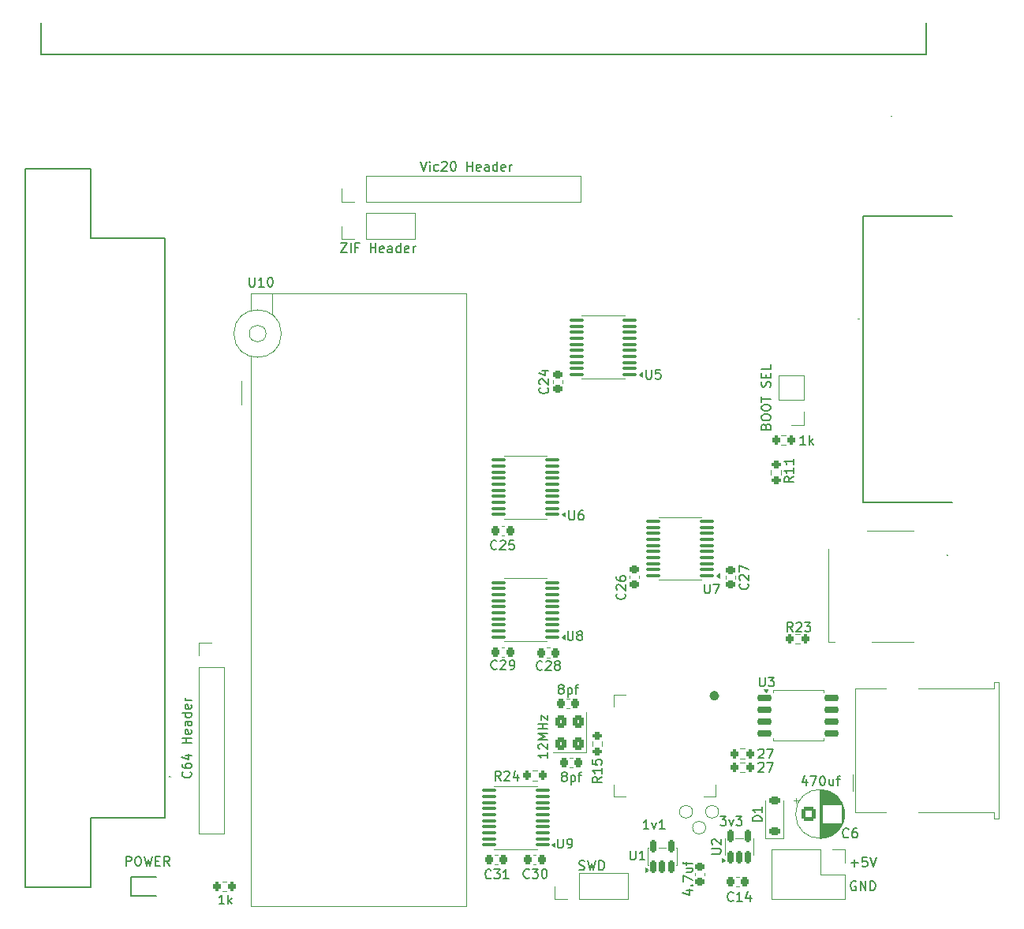
<source format=gto>
G04 #@! TF.GenerationSoftware,KiCad,Pcbnew,9.0.7*
G04 #@! TF.CreationDate,2026-02-02T16:02:05+11:00*
G04 #@! TF.ProjectId,FlashCartProgrammer,466c6173-6843-4617-9274-50726f677261,rev?*
G04 #@! TF.SameCoordinates,Original*
G04 #@! TF.FileFunction,Legend,Top*
G04 #@! TF.FilePolarity,Positive*
%FSLAX46Y46*%
G04 Gerber Fmt 4.6, Leading zero omitted, Abs format (unit mm)*
G04 Created by KiCad (PCBNEW 9.0.7) date 2026-02-02 16:02:05*
%MOMM*%
%LPD*%
G01*
G04 APERTURE LIST*
G04 Aperture macros list*
%AMRoundRect*
0 Rectangle with rounded corners*
0 $1 Rounding radius*
0 $2 $3 $4 $5 $6 $7 $8 $9 X,Y pos of 4 corners*
0 Add a 4 corners polygon primitive as box body*
4,1,4,$2,$3,$4,$5,$6,$7,$8,$9,$2,$3,0*
0 Add four circle primitives for the rounded corners*
1,1,$1+$1,$2,$3*
1,1,$1+$1,$4,$5*
1,1,$1+$1,$6,$7*
1,1,$1+$1,$8,$9*
0 Add four rect primitives between the rounded corners*
20,1,$1+$1,$2,$3,$4,$5,0*
20,1,$1+$1,$4,$5,$6,$7,0*
20,1,$1+$1,$6,$7,$8,$9,0*
20,1,$1+$1,$8,$9,$2,$3,0*%
G04 Aperture macros list end*
%ADD10C,0.150000*%
%ADD11C,0.120000*%
%ADD12C,0.100000*%
%ADD13C,0.200000*%
%ADD14C,0.539246*%
%ADD15RoundRect,0.200000X-0.275000X0.200000X-0.275000X-0.200000X0.275000X-0.200000X0.275000X0.200000X0*%
%ADD16RoundRect,0.100000X0.637500X0.100000X-0.637500X0.100000X-0.637500X-0.100000X0.637500X-0.100000X0*%
%ADD17RoundRect,0.200000X-0.200000X-0.275000X0.200000X-0.275000X0.200000X0.275000X-0.200000X0.275000X0*%
%ADD18RoundRect,0.225000X0.375000X-0.225000X0.375000X0.225000X-0.375000X0.225000X-0.375000X-0.225000X0*%
%ADD19C,4.770000*%
%ADD20R,1.785000X1.785000*%
%ADD21C,1.785000*%
%ADD22RoundRect,0.225000X-0.225000X-0.250000X0.225000X-0.250000X0.225000X0.250000X-0.225000X0.250000X0*%
%ADD23R,1.700000X1.700000*%
%ADD24C,1.700000*%
%ADD25R,1.500000X0.800000*%
%ADD26R,1.500000X1.195000*%
%ADD27R,1.500000X1.500000*%
%ADD28R,1.400000X0.800000*%
%ADD29R,1.750000X0.800000*%
%ADD30R,1.000000X1.450000*%
%ADD31R,1.550000X1.000000*%
%ADD32RoundRect,0.250000X0.350000X-0.450000X0.350000X0.450000X-0.350000X0.450000X-0.350000X-0.450000X0*%
%ADD33RoundRect,0.225000X0.250000X-0.225000X0.250000X0.225000X-0.250000X0.225000X-0.250000X-0.225000X0*%
%ADD34R,0.950000X1.400000*%
%ADD35C,3.500000*%
%ADD36RoundRect,0.150000X0.150000X-0.512500X0.150000X0.512500X-0.150000X0.512500X-0.150000X-0.512500X0*%
%ADD37RoundRect,0.225000X0.225000X0.250000X-0.225000X0.250000X-0.225000X-0.250000X0.225000X-0.250000X0*%
%ADD38R,0.220000X0.780000*%
%ADD39R,0.780000X0.220000*%
%ADD40C,0.425000*%
%ADD41R,3.400000X3.400000*%
%ADD42RoundRect,0.250000X-0.550000X-0.550000X0.550000X-0.550000X0.550000X0.550000X-0.550000X0.550000X0*%
%ADD43C,1.600000*%
%ADD44R,2.130000X2.130000*%
%ADD45C,2.130000*%
%ADD46RoundRect,0.200000X0.200000X0.275000X-0.200000X0.275000X-0.200000X-0.275000X0.200000X-0.275000X0*%
%ADD47C,1.000000*%
%ADD48C,5.000000*%
%ADD49C,1.750000*%
%ADD50R,1.500000X1.600000*%
%ADD51C,3.000000*%
%ADD52RoundRect,0.150000X-0.650000X-0.150000X0.650000X-0.150000X0.650000X0.150000X-0.650000X0.150000X0*%
%ADD53RoundRect,0.200000X0.275000X-0.200000X0.275000X0.200000X-0.275000X0.200000X-0.275000X-0.200000X0*%
%ADD54R,2.000000X1.440000*%
%ADD55O,2.000000X1.440000*%
G04 APERTURE END LIST*
D10*
X184270588Y-145889188D02*
X184175350Y-145841569D01*
X184175350Y-145841569D02*
X184032493Y-145841569D01*
X184032493Y-145841569D02*
X183889636Y-145889188D01*
X183889636Y-145889188D02*
X183794398Y-145984426D01*
X183794398Y-145984426D02*
X183746779Y-146079664D01*
X183746779Y-146079664D02*
X183699160Y-146270140D01*
X183699160Y-146270140D02*
X183699160Y-146412997D01*
X183699160Y-146412997D02*
X183746779Y-146603473D01*
X183746779Y-146603473D02*
X183794398Y-146698711D01*
X183794398Y-146698711D02*
X183889636Y-146793950D01*
X183889636Y-146793950D02*
X184032493Y-146841569D01*
X184032493Y-146841569D02*
X184127731Y-146841569D01*
X184127731Y-146841569D02*
X184270588Y-146793950D01*
X184270588Y-146793950D02*
X184318207Y-146746330D01*
X184318207Y-146746330D02*
X184318207Y-146412997D01*
X184318207Y-146412997D02*
X184127731Y-146412997D01*
X184746779Y-146841569D02*
X184746779Y-145841569D01*
X184746779Y-145841569D02*
X185318207Y-146841569D01*
X185318207Y-146841569D02*
X185318207Y-145841569D01*
X185794398Y-146841569D02*
X185794398Y-145841569D01*
X185794398Y-145841569D02*
X186032493Y-145841569D01*
X186032493Y-145841569D02*
X186175350Y-145889188D01*
X186175350Y-145889188D02*
X186270588Y-145984426D01*
X186270588Y-145984426D02*
X186318207Y-146079664D01*
X186318207Y-146079664D02*
X186365826Y-146270140D01*
X186365826Y-146270140D02*
X186365826Y-146412997D01*
X186365826Y-146412997D02*
X186318207Y-146603473D01*
X186318207Y-146603473D02*
X186270588Y-146698711D01*
X186270588Y-146698711D02*
X186175350Y-146793950D01*
X186175350Y-146793950D02*
X186032493Y-146841569D01*
X186032493Y-146841569D02*
X185794398Y-146841569D01*
X156991354Y-134661220D02*
X156515163Y-134994553D01*
X156991354Y-135232648D02*
X155991354Y-135232648D01*
X155991354Y-135232648D02*
X155991354Y-134851696D01*
X155991354Y-134851696D02*
X156038973Y-134756458D01*
X156038973Y-134756458D02*
X156086592Y-134708839D01*
X156086592Y-134708839D02*
X156181830Y-134661220D01*
X156181830Y-134661220D02*
X156324687Y-134661220D01*
X156324687Y-134661220D02*
X156419925Y-134708839D01*
X156419925Y-134708839D02*
X156467544Y-134756458D01*
X156467544Y-134756458D02*
X156515163Y-134851696D01*
X156515163Y-134851696D02*
X156515163Y-135232648D01*
X156991354Y-133708839D02*
X156991354Y-134280267D01*
X156991354Y-133994553D02*
X155991354Y-133994553D01*
X155991354Y-133994553D02*
X156134211Y-134089791D01*
X156134211Y-134089791D02*
X156229449Y-134185029D01*
X156229449Y-134185029D02*
X156277068Y-134280267D01*
X155991354Y-132804077D02*
X155991354Y-133280267D01*
X155991354Y-133280267D02*
X156467544Y-133327886D01*
X156467544Y-133327886D02*
X156419925Y-133280267D01*
X156419925Y-133280267D02*
X156372306Y-133185029D01*
X156372306Y-133185029D02*
X156372306Y-132946934D01*
X156372306Y-132946934D02*
X156419925Y-132851696D01*
X156419925Y-132851696D02*
X156467544Y-132804077D01*
X156467544Y-132804077D02*
X156562782Y-132756458D01*
X156562782Y-132756458D02*
X156800877Y-132756458D01*
X156800877Y-132756458D02*
X156896115Y-132804077D01*
X156896115Y-132804077D02*
X156943735Y-132851696D01*
X156943735Y-132851696D02*
X156991354Y-132946934D01*
X156991354Y-132946934D02*
X156991354Y-133185029D01*
X156991354Y-133185029D02*
X156943735Y-133280267D01*
X156943735Y-133280267D02*
X156896115Y-133327886D01*
X152259880Y-141295182D02*
X152259880Y-142104705D01*
X152259880Y-142104705D02*
X152307499Y-142199943D01*
X152307499Y-142199943D02*
X152355118Y-142247563D01*
X152355118Y-142247563D02*
X152450356Y-142295182D01*
X152450356Y-142295182D02*
X152640832Y-142295182D01*
X152640832Y-142295182D02*
X152736070Y-142247563D01*
X152736070Y-142247563D02*
X152783689Y-142199943D01*
X152783689Y-142199943D02*
X152831308Y-142104705D01*
X152831308Y-142104705D02*
X152831308Y-141295182D01*
X153355118Y-142295182D02*
X153545594Y-142295182D01*
X153545594Y-142295182D02*
X153640832Y-142247563D01*
X153640832Y-142247563D02*
X153688451Y-142199943D01*
X153688451Y-142199943D02*
X153783689Y-142057086D01*
X153783689Y-142057086D02*
X153831308Y-141866610D01*
X153831308Y-141866610D02*
X153831308Y-141485658D01*
X153831308Y-141485658D02*
X153783689Y-141390420D01*
X153783689Y-141390420D02*
X153736070Y-141342801D01*
X153736070Y-141342801D02*
X153640832Y-141295182D01*
X153640832Y-141295182D02*
X153450356Y-141295182D01*
X153450356Y-141295182D02*
X153355118Y-141342801D01*
X153355118Y-141342801D02*
X153307499Y-141390420D01*
X153307499Y-141390420D02*
X153259880Y-141485658D01*
X153259880Y-141485658D02*
X153259880Y-141723753D01*
X153259880Y-141723753D02*
X153307499Y-141818991D01*
X153307499Y-141818991D02*
X153355118Y-141866610D01*
X153355118Y-141866610D02*
X153450356Y-141914229D01*
X153450356Y-141914229D02*
X153640832Y-141914229D01*
X153640832Y-141914229D02*
X153736070Y-141866610D01*
X153736070Y-141866610D02*
X153783689Y-141818991D01*
X153783689Y-141818991D02*
X153831308Y-141723753D01*
X173807688Y-131734403D02*
X173855307Y-131686784D01*
X173855307Y-131686784D02*
X173950545Y-131639165D01*
X173950545Y-131639165D02*
X174188640Y-131639165D01*
X174188640Y-131639165D02*
X174283878Y-131686784D01*
X174283878Y-131686784D02*
X174331497Y-131734403D01*
X174331497Y-131734403D02*
X174379116Y-131829641D01*
X174379116Y-131829641D02*
X174379116Y-131924879D01*
X174379116Y-131924879D02*
X174331497Y-132067736D01*
X174331497Y-132067736D02*
X173760069Y-132639165D01*
X173760069Y-132639165D02*
X174379116Y-132639165D01*
X174712450Y-131639165D02*
X175379116Y-131639165D01*
X175379116Y-131639165D02*
X174950545Y-132639165D01*
X174164819Y-139388094D02*
X173164819Y-139388094D01*
X173164819Y-139388094D02*
X173164819Y-139149999D01*
X173164819Y-139149999D02*
X173212438Y-139007142D01*
X173212438Y-139007142D02*
X173307676Y-138911904D01*
X173307676Y-138911904D02*
X173402914Y-138864285D01*
X173402914Y-138864285D02*
X173593390Y-138816666D01*
X173593390Y-138816666D02*
X173736247Y-138816666D01*
X173736247Y-138816666D02*
X173926723Y-138864285D01*
X173926723Y-138864285D02*
X174021961Y-138911904D01*
X174021961Y-138911904D02*
X174117200Y-139007142D01*
X174117200Y-139007142D02*
X174164819Y-139149999D01*
X174164819Y-139149999D02*
X174164819Y-139388094D01*
X174164819Y-137864285D02*
X174164819Y-138435713D01*
X174164819Y-138149999D02*
X173164819Y-138149999D01*
X173164819Y-138149999D02*
X173307676Y-138245237D01*
X173307676Y-138245237D02*
X173402914Y-138340475D01*
X173402914Y-138340475D02*
X173450533Y-138435713D01*
X145707142Y-110159580D02*
X145659523Y-110207200D01*
X145659523Y-110207200D02*
X145516666Y-110254819D01*
X145516666Y-110254819D02*
X145421428Y-110254819D01*
X145421428Y-110254819D02*
X145278571Y-110207200D01*
X145278571Y-110207200D02*
X145183333Y-110111961D01*
X145183333Y-110111961D02*
X145135714Y-110016723D01*
X145135714Y-110016723D02*
X145088095Y-109826247D01*
X145088095Y-109826247D02*
X145088095Y-109683390D01*
X145088095Y-109683390D02*
X145135714Y-109492914D01*
X145135714Y-109492914D02*
X145183333Y-109397676D01*
X145183333Y-109397676D02*
X145278571Y-109302438D01*
X145278571Y-109302438D02*
X145421428Y-109254819D01*
X145421428Y-109254819D02*
X145516666Y-109254819D01*
X145516666Y-109254819D02*
X145659523Y-109302438D01*
X145659523Y-109302438D02*
X145707142Y-109350057D01*
X146088095Y-109350057D02*
X146135714Y-109302438D01*
X146135714Y-109302438D02*
X146230952Y-109254819D01*
X146230952Y-109254819D02*
X146469047Y-109254819D01*
X146469047Y-109254819D02*
X146564285Y-109302438D01*
X146564285Y-109302438D02*
X146611904Y-109350057D01*
X146611904Y-109350057D02*
X146659523Y-109445295D01*
X146659523Y-109445295D02*
X146659523Y-109540533D01*
X146659523Y-109540533D02*
X146611904Y-109683390D01*
X146611904Y-109683390D02*
X146040476Y-110254819D01*
X146040476Y-110254819D02*
X146659523Y-110254819D01*
X147564285Y-109254819D02*
X147088095Y-109254819D01*
X147088095Y-109254819D02*
X147040476Y-109731009D01*
X147040476Y-109731009D02*
X147088095Y-109683390D01*
X147088095Y-109683390D02*
X147183333Y-109635771D01*
X147183333Y-109635771D02*
X147421428Y-109635771D01*
X147421428Y-109635771D02*
X147516666Y-109683390D01*
X147516666Y-109683390D02*
X147564285Y-109731009D01*
X147564285Y-109731009D02*
X147611904Y-109826247D01*
X147611904Y-109826247D02*
X147611904Y-110064342D01*
X147611904Y-110064342D02*
X147564285Y-110159580D01*
X147564285Y-110159580D02*
X147516666Y-110207200D01*
X147516666Y-110207200D02*
X147421428Y-110254819D01*
X147421428Y-110254819D02*
X147183333Y-110254819D01*
X147183333Y-110254819D02*
X147088095Y-110207200D01*
X147088095Y-110207200D02*
X147040476Y-110159580D01*
X129023809Y-77354819D02*
X129690475Y-77354819D01*
X129690475Y-77354819D02*
X129023809Y-78354819D01*
X129023809Y-78354819D02*
X129690475Y-78354819D01*
X130071428Y-78354819D02*
X130071428Y-77354819D01*
X130880951Y-77831009D02*
X130547618Y-77831009D01*
X130547618Y-78354819D02*
X130547618Y-77354819D01*
X130547618Y-77354819D02*
X131023808Y-77354819D01*
X132166666Y-78354819D02*
X132166666Y-77354819D01*
X132166666Y-77831009D02*
X132738094Y-77831009D01*
X132738094Y-78354819D02*
X132738094Y-77354819D01*
X133595237Y-78307200D02*
X133499999Y-78354819D01*
X133499999Y-78354819D02*
X133309523Y-78354819D01*
X133309523Y-78354819D02*
X133214285Y-78307200D01*
X133214285Y-78307200D02*
X133166666Y-78211961D01*
X133166666Y-78211961D02*
X133166666Y-77831009D01*
X133166666Y-77831009D02*
X133214285Y-77735771D01*
X133214285Y-77735771D02*
X133309523Y-77688152D01*
X133309523Y-77688152D02*
X133499999Y-77688152D01*
X133499999Y-77688152D02*
X133595237Y-77735771D01*
X133595237Y-77735771D02*
X133642856Y-77831009D01*
X133642856Y-77831009D02*
X133642856Y-77926247D01*
X133642856Y-77926247D02*
X133166666Y-78021485D01*
X134499999Y-78354819D02*
X134499999Y-77831009D01*
X134499999Y-77831009D02*
X134452380Y-77735771D01*
X134452380Y-77735771D02*
X134357142Y-77688152D01*
X134357142Y-77688152D02*
X134166666Y-77688152D01*
X134166666Y-77688152D02*
X134071428Y-77735771D01*
X134499999Y-78307200D02*
X134404761Y-78354819D01*
X134404761Y-78354819D02*
X134166666Y-78354819D01*
X134166666Y-78354819D02*
X134071428Y-78307200D01*
X134071428Y-78307200D02*
X134023809Y-78211961D01*
X134023809Y-78211961D02*
X134023809Y-78116723D01*
X134023809Y-78116723D02*
X134071428Y-78021485D01*
X134071428Y-78021485D02*
X134166666Y-77973866D01*
X134166666Y-77973866D02*
X134404761Y-77973866D01*
X134404761Y-77973866D02*
X134499999Y-77926247D01*
X135404761Y-78354819D02*
X135404761Y-77354819D01*
X135404761Y-78307200D02*
X135309523Y-78354819D01*
X135309523Y-78354819D02*
X135119047Y-78354819D01*
X135119047Y-78354819D02*
X135023809Y-78307200D01*
X135023809Y-78307200D02*
X134976190Y-78259580D01*
X134976190Y-78259580D02*
X134928571Y-78164342D01*
X134928571Y-78164342D02*
X134928571Y-77878628D01*
X134928571Y-77878628D02*
X134976190Y-77783390D01*
X134976190Y-77783390D02*
X135023809Y-77735771D01*
X135023809Y-77735771D02*
X135119047Y-77688152D01*
X135119047Y-77688152D02*
X135309523Y-77688152D01*
X135309523Y-77688152D02*
X135404761Y-77735771D01*
X136261904Y-78307200D02*
X136166666Y-78354819D01*
X136166666Y-78354819D02*
X135976190Y-78354819D01*
X135976190Y-78354819D02*
X135880952Y-78307200D01*
X135880952Y-78307200D02*
X135833333Y-78211961D01*
X135833333Y-78211961D02*
X135833333Y-77831009D01*
X135833333Y-77831009D02*
X135880952Y-77735771D01*
X135880952Y-77735771D02*
X135976190Y-77688152D01*
X135976190Y-77688152D02*
X136166666Y-77688152D01*
X136166666Y-77688152D02*
X136261904Y-77735771D01*
X136261904Y-77735771D02*
X136309523Y-77831009D01*
X136309523Y-77831009D02*
X136309523Y-77926247D01*
X136309523Y-77926247D02*
X135833333Y-78021485D01*
X136738095Y-78354819D02*
X136738095Y-77688152D01*
X136738095Y-77878628D02*
X136785714Y-77783390D01*
X136785714Y-77783390D02*
X136833333Y-77735771D01*
X136833333Y-77735771D02*
X136928571Y-77688152D01*
X136928571Y-77688152D02*
X137023809Y-77688152D01*
X154562857Y-144592200D02*
X154705714Y-144639819D01*
X154705714Y-144639819D02*
X154943809Y-144639819D01*
X154943809Y-144639819D02*
X155039047Y-144592200D01*
X155039047Y-144592200D02*
X155086666Y-144544580D01*
X155086666Y-144544580D02*
X155134285Y-144449342D01*
X155134285Y-144449342D02*
X155134285Y-144354104D01*
X155134285Y-144354104D02*
X155086666Y-144258866D01*
X155086666Y-144258866D02*
X155039047Y-144211247D01*
X155039047Y-144211247D02*
X154943809Y-144163628D01*
X154943809Y-144163628D02*
X154753333Y-144116009D01*
X154753333Y-144116009D02*
X154658095Y-144068390D01*
X154658095Y-144068390D02*
X154610476Y-144020771D01*
X154610476Y-144020771D02*
X154562857Y-143925533D01*
X154562857Y-143925533D02*
X154562857Y-143830295D01*
X154562857Y-143830295D02*
X154610476Y-143735057D01*
X154610476Y-143735057D02*
X154658095Y-143687438D01*
X154658095Y-143687438D02*
X154753333Y-143639819D01*
X154753333Y-143639819D02*
X154991428Y-143639819D01*
X154991428Y-143639819D02*
X155134285Y-143687438D01*
X155467619Y-143639819D02*
X155705714Y-144639819D01*
X155705714Y-144639819D02*
X155896190Y-143925533D01*
X155896190Y-143925533D02*
X156086666Y-144639819D01*
X156086666Y-144639819D02*
X156324762Y-143639819D01*
X156705714Y-144639819D02*
X156705714Y-143639819D01*
X156705714Y-143639819D02*
X156943809Y-143639819D01*
X156943809Y-143639819D02*
X157086666Y-143687438D01*
X157086666Y-143687438D02*
X157181904Y-143782676D01*
X157181904Y-143782676D02*
X157229523Y-143877914D01*
X157229523Y-143877914D02*
X157277142Y-144068390D01*
X157277142Y-144068390D02*
X157277142Y-144211247D01*
X157277142Y-144211247D02*
X157229523Y-144401723D01*
X157229523Y-144401723D02*
X157181904Y-144496961D01*
X157181904Y-144496961D02*
X157086666Y-144592200D01*
X157086666Y-144592200D02*
X156943809Y-144639819D01*
X156943809Y-144639819D02*
X156705714Y-144639819D01*
X153488095Y-106054819D02*
X153488095Y-106864342D01*
X153488095Y-106864342D02*
X153535714Y-106959580D01*
X153535714Y-106959580D02*
X153583333Y-107007200D01*
X153583333Y-107007200D02*
X153678571Y-107054819D01*
X153678571Y-107054819D02*
X153869047Y-107054819D01*
X153869047Y-107054819D02*
X153964285Y-107007200D01*
X153964285Y-107007200D02*
X154011904Y-106959580D01*
X154011904Y-106959580D02*
X154059523Y-106864342D01*
X154059523Y-106864342D02*
X154059523Y-106054819D01*
X154964285Y-106054819D02*
X154773809Y-106054819D01*
X154773809Y-106054819D02*
X154678571Y-106102438D01*
X154678571Y-106102438D02*
X154630952Y-106150057D01*
X154630952Y-106150057D02*
X154535714Y-106292914D01*
X154535714Y-106292914D02*
X154488095Y-106483390D01*
X154488095Y-106483390D02*
X154488095Y-106864342D01*
X154488095Y-106864342D02*
X154535714Y-106959580D01*
X154535714Y-106959580D02*
X154583333Y-107007200D01*
X154583333Y-107007200D02*
X154678571Y-107054819D01*
X154678571Y-107054819D02*
X154869047Y-107054819D01*
X154869047Y-107054819D02*
X154964285Y-107007200D01*
X154964285Y-107007200D02*
X155011904Y-106959580D01*
X155011904Y-106959580D02*
X155059523Y-106864342D01*
X155059523Y-106864342D02*
X155059523Y-106626247D01*
X155059523Y-106626247D02*
X155011904Y-106531009D01*
X155011904Y-106531009D02*
X154964285Y-106483390D01*
X154964285Y-106483390D02*
X154869047Y-106435771D01*
X154869047Y-106435771D02*
X154678571Y-106435771D01*
X154678571Y-106435771D02*
X154583333Y-106483390D01*
X154583333Y-106483390D02*
X154535714Y-106531009D01*
X154535714Y-106531009D02*
X154488095Y-106626247D01*
X168028095Y-113944819D02*
X168028095Y-114754342D01*
X168028095Y-114754342D02*
X168075714Y-114849580D01*
X168075714Y-114849580D02*
X168123333Y-114897200D01*
X168123333Y-114897200D02*
X168218571Y-114944819D01*
X168218571Y-114944819D02*
X168409047Y-114944819D01*
X168409047Y-114944819D02*
X168504285Y-114897200D01*
X168504285Y-114897200D02*
X168551904Y-114849580D01*
X168551904Y-114849580D02*
X168599523Y-114754342D01*
X168599523Y-114754342D02*
X168599523Y-113944819D01*
X168980476Y-113944819D02*
X169647142Y-113944819D01*
X169647142Y-113944819D02*
X169218571Y-114944819D01*
X151191354Y-132030339D02*
X151191354Y-132601767D01*
X151191354Y-132316053D02*
X150191354Y-132316053D01*
X150191354Y-132316053D02*
X150334211Y-132411291D01*
X150334211Y-132411291D02*
X150429449Y-132506529D01*
X150429449Y-132506529D02*
X150477068Y-132601767D01*
X150286592Y-131649386D02*
X150238973Y-131601767D01*
X150238973Y-131601767D02*
X150191354Y-131506529D01*
X150191354Y-131506529D02*
X150191354Y-131268434D01*
X150191354Y-131268434D02*
X150238973Y-131173196D01*
X150238973Y-131173196D02*
X150286592Y-131125577D01*
X150286592Y-131125577D02*
X150381830Y-131077958D01*
X150381830Y-131077958D02*
X150477068Y-131077958D01*
X150477068Y-131077958D02*
X150619925Y-131125577D01*
X150619925Y-131125577D02*
X151191354Y-131697005D01*
X151191354Y-131697005D02*
X151191354Y-131077958D01*
X151191354Y-130649386D02*
X150191354Y-130649386D01*
X150191354Y-130649386D02*
X150905639Y-130316053D01*
X150905639Y-130316053D02*
X150191354Y-129982720D01*
X150191354Y-129982720D02*
X151191354Y-129982720D01*
X151191354Y-129506529D02*
X150191354Y-129506529D01*
X150667544Y-129506529D02*
X150667544Y-128935101D01*
X151191354Y-128935101D02*
X150191354Y-128935101D01*
X150524687Y-128554148D02*
X150524687Y-128030339D01*
X150524687Y-128030339D02*
X151191354Y-128554148D01*
X151191354Y-128554148D02*
X151191354Y-128030339D01*
X166048152Y-146831904D02*
X166714819Y-146831904D01*
X165667200Y-147069999D02*
X166381485Y-147308094D01*
X166381485Y-147308094D02*
X166381485Y-146689047D01*
X166619580Y-146308094D02*
X166667200Y-146260475D01*
X166667200Y-146260475D02*
X166714819Y-146308094D01*
X166714819Y-146308094D02*
X166667200Y-146355713D01*
X166667200Y-146355713D02*
X166619580Y-146308094D01*
X166619580Y-146308094D02*
X166714819Y-146308094D01*
X165714819Y-145927142D02*
X165714819Y-145260476D01*
X165714819Y-145260476D02*
X166714819Y-145689047D01*
X166048152Y-144450952D02*
X166714819Y-144450952D01*
X166048152Y-144879523D02*
X166571961Y-144879523D01*
X166571961Y-144879523D02*
X166667200Y-144831904D01*
X166667200Y-144831904D02*
X166714819Y-144736666D01*
X166714819Y-144736666D02*
X166714819Y-144593809D01*
X166714819Y-144593809D02*
X166667200Y-144498571D01*
X166667200Y-144498571D02*
X166619580Y-144450952D01*
X166048152Y-144117618D02*
X166048152Y-143736666D01*
X166714819Y-143974761D02*
X165857676Y-143974761D01*
X165857676Y-143974761D02*
X165762438Y-143927142D01*
X165762438Y-143927142D02*
X165714819Y-143831904D01*
X165714819Y-143831904D02*
X165714819Y-143736666D01*
X105940476Y-144204819D02*
X105940476Y-143204819D01*
X105940476Y-143204819D02*
X106321428Y-143204819D01*
X106321428Y-143204819D02*
X106416666Y-143252438D01*
X106416666Y-143252438D02*
X106464285Y-143300057D01*
X106464285Y-143300057D02*
X106511904Y-143395295D01*
X106511904Y-143395295D02*
X106511904Y-143538152D01*
X106511904Y-143538152D02*
X106464285Y-143633390D01*
X106464285Y-143633390D02*
X106416666Y-143681009D01*
X106416666Y-143681009D02*
X106321428Y-143728628D01*
X106321428Y-143728628D02*
X105940476Y-143728628D01*
X107130952Y-143204819D02*
X107321428Y-143204819D01*
X107321428Y-143204819D02*
X107416666Y-143252438D01*
X107416666Y-143252438D02*
X107511904Y-143347676D01*
X107511904Y-143347676D02*
X107559523Y-143538152D01*
X107559523Y-143538152D02*
X107559523Y-143871485D01*
X107559523Y-143871485D02*
X107511904Y-144061961D01*
X107511904Y-144061961D02*
X107416666Y-144157200D01*
X107416666Y-144157200D02*
X107321428Y-144204819D01*
X107321428Y-144204819D02*
X107130952Y-144204819D01*
X107130952Y-144204819D02*
X107035714Y-144157200D01*
X107035714Y-144157200D02*
X106940476Y-144061961D01*
X106940476Y-144061961D02*
X106892857Y-143871485D01*
X106892857Y-143871485D02*
X106892857Y-143538152D01*
X106892857Y-143538152D02*
X106940476Y-143347676D01*
X106940476Y-143347676D02*
X107035714Y-143252438D01*
X107035714Y-143252438D02*
X107130952Y-143204819D01*
X107892857Y-143204819D02*
X108130952Y-144204819D01*
X108130952Y-144204819D02*
X108321428Y-143490533D01*
X108321428Y-143490533D02*
X108511904Y-144204819D01*
X108511904Y-144204819D02*
X108750000Y-143204819D01*
X109130952Y-143681009D02*
X109464285Y-143681009D01*
X109607142Y-144204819D02*
X109130952Y-144204819D01*
X109130952Y-144204819D02*
X109130952Y-143204819D01*
X109130952Y-143204819D02*
X109607142Y-143204819D01*
X110607142Y-144204819D02*
X110273809Y-143728628D01*
X110035714Y-144204819D02*
X110035714Y-143204819D01*
X110035714Y-143204819D02*
X110416666Y-143204819D01*
X110416666Y-143204819D02*
X110511904Y-143252438D01*
X110511904Y-143252438D02*
X110559523Y-143300057D01*
X110559523Y-143300057D02*
X110607142Y-143395295D01*
X110607142Y-143395295D02*
X110607142Y-143538152D01*
X110607142Y-143538152D02*
X110559523Y-143633390D01*
X110559523Y-143633390D02*
X110511904Y-143681009D01*
X110511904Y-143681009D02*
X110416666Y-143728628D01*
X110416666Y-143728628D02*
X110035714Y-143728628D01*
X174591009Y-97006428D02*
X174638628Y-96863571D01*
X174638628Y-96863571D02*
X174686247Y-96815952D01*
X174686247Y-96815952D02*
X174781485Y-96768333D01*
X174781485Y-96768333D02*
X174924342Y-96768333D01*
X174924342Y-96768333D02*
X175019580Y-96815952D01*
X175019580Y-96815952D02*
X175067200Y-96863571D01*
X175067200Y-96863571D02*
X175114819Y-96958809D01*
X175114819Y-96958809D02*
X175114819Y-97339761D01*
X175114819Y-97339761D02*
X174114819Y-97339761D01*
X174114819Y-97339761D02*
X174114819Y-97006428D01*
X174114819Y-97006428D02*
X174162438Y-96911190D01*
X174162438Y-96911190D02*
X174210057Y-96863571D01*
X174210057Y-96863571D02*
X174305295Y-96815952D01*
X174305295Y-96815952D02*
X174400533Y-96815952D01*
X174400533Y-96815952D02*
X174495771Y-96863571D01*
X174495771Y-96863571D02*
X174543390Y-96911190D01*
X174543390Y-96911190D02*
X174591009Y-97006428D01*
X174591009Y-97006428D02*
X174591009Y-97339761D01*
X174114819Y-96149285D02*
X174114819Y-95958809D01*
X174114819Y-95958809D02*
X174162438Y-95863571D01*
X174162438Y-95863571D02*
X174257676Y-95768333D01*
X174257676Y-95768333D02*
X174448152Y-95720714D01*
X174448152Y-95720714D02*
X174781485Y-95720714D01*
X174781485Y-95720714D02*
X174971961Y-95768333D01*
X174971961Y-95768333D02*
X175067200Y-95863571D01*
X175067200Y-95863571D02*
X175114819Y-95958809D01*
X175114819Y-95958809D02*
X175114819Y-96149285D01*
X175114819Y-96149285D02*
X175067200Y-96244523D01*
X175067200Y-96244523D02*
X174971961Y-96339761D01*
X174971961Y-96339761D02*
X174781485Y-96387380D01*
X174781485Y-96387380D02*
X174448152Y-96387380D01*
X174448152Y-96387380D02*
X174257676Y-96339761D01*
X174257676Y-96339761D02*
X174162438Y-96244523D01*
X174162438Y-96244523D02*
X174114819Y-96149285D01*
X174114819Y-95101666D02*
X174114819Y-94911190D01*
X174114819Y-94911190D02*
X174162438Y-94815952D01*
X174162438Y-94815952D02*
X174257676Y-94720714D01*
X174257676Y-94720714D02*
X174448152Y-94673095D01*
X174448152Y-94673095D02*
X174781485Y-94673095D01*
X174781485Y-94673095D02*
X174971961Y-94720714D01*
X174971961Y-94720714D02*
X175067200Y-94815952D01*
X175067200Y-94815952D02*
X175114819Y-94911190D01*
X175114819Y-94911190D02*
X175114819Y-95101666D01*
X175114819Y-95101666D02*
X175067200Y-95196904D01*
X175067200Y-95196904D02*
X174971961Y-95292142D01*
X174971961Y-95292142D02*
X174781485Y-95339761D01*
X174781485Y-95339761D02*
X174448152Y-95339761D01*
X174448152Y-95339761D02*
X174257676Y-95292142D01*
X174257676Y-95292142D02*
X174162438Y-95196904D01*
X174162438Y-95196904D02*
X174114819Y-95101666D01*
X174114819Y-94387380D02*
X174114819Y-93815952D01*
X175114819Y-94101666D02*
X174114819Y-94101666D01*
X175067200Y-92768332D02*
X175114819Y-92625475D01*
X175114819Y-92625475D02*
X175114819Y-92387380D01*
X175114819Y-92387380D02*
X175067200Y-92292142D01*
X175067200Y-92292142D02*
X175019580Y-92244523D01*
X175019580Y-92244523D02*
X174924342Y-92196904D01*
X174924342Y-92196904D02*
X174829104Y-92196904D01*
X174829104Y-92196904D02*
X174733866Y-92244523D01*
X174733866Y-92244523D02*
X174686247Y-92292142D01*
X174686247Y-92292142D02*
X174638628Y-92387380D01*
X174638628Y-92387380D02*
X174591009Y-92577856D01*
X174591009Y-92577856D02*
X174543390Y-92673094D01*
X174543390Y-92673094D02*
X174495771Y-92720713D01*
X174495771Y-92720713D02*
X174400533Y-92768332D01*
X174400533Y-92768332D02*
X174305295Y-92768332D01*
X174305295Y-92768332D02*
X174210057Y-92720713D01*
X174210057Y-92720713D02*
X174162438Y-92673094D01*
X174162438Y-92673094D02*
X174114819Y-92577856D01*
X174114819Y-92577856D02*
X174114819Y-92339761D01*
X174114819Y-92339761D02*
X174162438Y-92196904D01*
X174591009Y-91768332D02*
X174591009Y-91434999D01*
X175114819Y-91292142D02*
X175114819Y-91768332D01*
X175114819Y-91768332D02*
X174114819Y-91768332D01*
X174114819Y-91768332D02*
X174114819Y-91292142D01*
X175114819Y-90387380D02*
X175114819Y-90863570D01*
X175114819Y-90863570D02*
X174114819Y-90863570D01*
X168797319Y-142892041D02*
X169606842Y-142892041D01*
X169606842Y-142892041D02*
X169702080Y-142844422D01*
X169702080Y-142844422D02*
X169749700Y-142796803D01*
X169749700Y-142796803D02*
X169797319Y-142701565D01*
X169797319Y-142701565D02*
X169797319Y-142511089D01*
X169797319Y-142511089D02*
X169749700Y-142415851D01*
X169749700Y-142415851D02*
X169702080Y-142368232D01*
X169702080Y-142368232D02*
X169606842Y-142320613D01*
X169606842Y-142320613D02*
X168797319Y-142320613D01*
X168892557Y-141892041D02*
X168844938Y-141844422D01*
X168844938Y-141844422D02*
X168797319Y-141749184D01*
X168797319Y-141749184D02*
X168797319Y-141511089D01*
X168797319Y-141511089D02*
X168844938Y-141415851D01*
X168844938Y-141415851D02*
X168892557Y-141368232D01*
X168892557Y-141368232D02*
X168987795Y-141320613D01*
X168987795Y-141320613D02*
X169083033Y-141320613D01*
X169083033Y-141320613D02*
X169225890Y-141368232D01*
X169225890Y-141368232D02*
X169797319Y-141939660D01*
X169797319Y-141939660D02*
X169797319Y-141320613D01*
X169699524Y-138864819D02*
X170318571Y-138864819D01*
X170318571Y-138864819D02*
X169985238Y-139245771D01*
X169985238Y-139245771D02*
X170128095Y-139245771D01*
X170128095Y-139245771D02*
X170223333Y-139293390D01*
X170223333Y-139293390D02*
X170270952Y-139341009D01*
X170270952Y-139341009D02*
X170318571Y-139436247D01*
X170318571Y-139436247D02*
X170318571Y-139674342D01*
X170318571Y-139674342D02*
X170270952Y-139769580D01*
X170270952Y-139769580D02*
X170223333Y-139817200D01*
X170223333Y-139817200D02*
X170128095Y-139864819D01*
X170128095Y-139864819D02*
X169842381Y-139864819D01*
X169842381Y-139864819D02*
X169747143Y-139817200D01*
X169747143Y-139817200D02*
X169699524Y-139769580D01*
X170651905Y-139198152D02*
X170890000Y-139864819D01*
X170890000Y-139864819D02*
X171128095Y-139198152D01*
X171413810Y-138864819D02*
X172032857Y-138864819D01*
X172032857Y-138864819D02*
X171699524Y-139245771D01*
X171699524Y-139245771D02*
X171842381Y-139245771D01*
X171842381Y-139245771D02*
X171937619Y-139293390D01*
X171937619Y-139293390D02*
X171985238Y-139341009D01*
X171985238Y-139341009D02*
X172032857Y-139436247D01*
X172032857Y-139436247D02*
X172032857Y-139674342D01*
X172032857Y-139674342D02*
X171985238Y-139769580D01*
X171985238Y-139769580D02*
X171937619Y-139817200D01*
X171937619Y-139817200D02*
X171842381Y-139864819D01*
X171842381Y-139864819D02*
X171556667Y-139864819D01*
X171556667Y-139864819D02*
X171461429Y-139817200D01*
X171461429Y-139817200D02*
X171413810Y-139769580D01*
X150607142Y-123089580D02*
X150559523Y-123137200D01*
X150559523Y-123137200D02*
X150416666Y-123184819D01*
X150416666Y-123184819D02*
X150321428Y-123184819D01*
X150321428Y-123184819D02*
X150178571Y-123137200D01*
X150178571Y-123137200D02*
X150083333Y-123041961D01*
X150083333Y-123041961D02*
X150035714Y-122946723D01*
X150035714Y-122946723D02*
X149988095Y-122756247D01*
X149988095Y-122756247D02*
X149988095Y-122613390D01*
X149988095Y-122613390D02*
X150035714Y-122422914D01*
X150035714Y-122422914D02*
X150083333Y-122327676D01*
X150083333Y-122327676D02*
X150178571Y-122232438D01*
X150178571Y-122232438D02*
X150321428Y-122184819D01*
X150321428Y-122184819D02*
X150416666Y-122184819D01*
X150416666Y-122184819D02*
X150559523Y-122232438D01*
X150559523Y-122232438D02*
X150607142Y-122280057D01*
X150988095Y-122280057D02*
X151035714Y-122232438D01*
X151035714Y-122232438D02*
X151130952Y-122184819D01*
X151130952Y-122184819D02*
X151369047Y-122184819D01*
X151369047Y-122184819D02*
X151464285Y-122232438D01*
X151464285Y-122232438D02*
X151511904Y-122280057D01*
X151511904Y-122280057D02*
X151559523Y-122375295D01*
X151559523Y-122375295D02*
X151559523Y-122470533D01*
X151559523Y-122470533D02*
X151511904Y-122613390D01*
X151511904Y-122613390D02*
X150940476Y-123184819D01*
X150940476Y-123184819D02*
X151559523Y-123184819D01*
X152130952Y-122613390D02*
X152035714Y-122565771D01*
X152035714Y-122565771D02*
X151988095Y-122518152D01*
X151988095Y-122518152D02*
X151940476Y-122422914D01*
X151940476Y-122422914D02*
X151940476Y-122375295D01*
X151940476Y-122375295D02*
X151988095Y-122280057D01*
X151988095Y-122280057D02*
X152035714Y-122232438D01*
X152035714Y-122232438D02*
X152130952Y-122184819D01*
X152130952Y-122184819D02*
X152321428Y-122184819D01*
X152321428Y-122184819D02*
X152416666Y-122232438D01*
X152416666Y-122232438D02*
X152464285Y-122280057D01*
X152464285Y-122280057D02*
X152511904Y-122375295D01*
X152511904Y-122375295D02*
X152511904Y-122422914D01*
X152511904Y-122422914D02*
X152464285Y-122518152D01*
X152464285Y-122518152D02*
X152416666Y-122565771D01*
X152416666Y-122565771D02*
X152321428Y-122613390D01*
X152321428Y-122613390D02*
X152130952Y-122613390D01*
X152130952Y-122613390D02*
X152035714Y-122661009D01*
X152035714Y-122661009D02*
X151988095Y-122708628D01*
X151988095Y-122708628D02*
X151940476Y-122803866D01*
X151940476Y-122803866D02*
X151940476Y-122994342D01*
X151940476Y-122994342D02*
X151988095Y-123089580D01*
X151988095Y-123089580D02*
X152035714Y-123137200D01*
X152035714Y-123137200D02*
X152130952Y-123184819D01*
X152130952Y-123184819D02*
X152321428Y-123184819D01*
X152321428Y-123184819D02*
X152416666Y-123137200D01*
X152416666Y-123137200D02*
X152464285Y-123089580D01*
X152464285Y-123089580D02*
X152511904Y-122994342D01*
X152511904Y-122994342D02*
X152511904Y-122803866D01*
X152511904Y-122803866D02*
X152464285Y-122708628D01*
X152464285Y-122708628D02*
X152416666Y-122661009D01*
X152416666Y-122661009D02*
X152321428Y-122613390D01*
X161763095Y-90929819D02*
X161763095Y-91739342D01*
X161763095Y-91739342D02*
X161810714Y-91834580D01*
X161810714Y-91834580D02*
X161858333Y-91882200D01*
X161858333Y-91882200D02*
X161953571Y-91929819D01*
X161953571Y-91929819D02*
X162144047Y-91929819D01*
X162144047Y-91929819D02*
X162239285Y-91882200D01*
X162239285Y-91882200D02*
X162286904Y-91834580D01*
X162286904Y-91834580D02*
X162334523Y-91739342D01*
X162334523Y-91739342D02*
X162334523Y-90929819D01*
X163286904Y-90929819D02*
X162810714Y-90929819D01*
X162810714Y-90929819D02*
X162763095Y-91406009D01*
X162763095Y-91406009D02*
X162810714Y-91358390D01*
X162810714Y-91358390D02*
X162905952Y-91310771D01*
X162905952Y-91310771D02*
X163144047Y-91310771D01*
X163144047Y-91310771D02*
X163239285Y-91358390D01*
X163239285Y-91358390D02*
X163286904Y-91406009D01*
X163286904Y-91406009D02*
X163334523Y-91501247D01*
X163334523Y-91501247D02*
X163334523Y-91739342D01*
X163334523Y-91739342D02*
X163286904Y-91834580D01*
X163286904Y-91834580D02*
X163239285Y-91882200D01*
X163239285Y-91882200D02*
X163144047Y-91929819D01*
X163144047Y-91929819D02*
X162905952Y-91929819D01*
X162905952Y-91929819D02*
X162810714Y-91882200D01*
X162810714Y-91882200D02*
X162763095Y-91834580D01*
X145107142Y-145484580D02*
X145059523Y-145532200D01*
X145059523Y-145532200D02*
X144916666Y-145579819D01*
X144916666Y-145579819D02*
X144821428Y-145579819D01*
X144821428Y-145579819D02*
X144678571Y-145532200D01*
X144678571Y-145532200D02*
X144583333Y-145436961D01*
X144583333Y-145436961D02*
X144535714Y-145341723D01*
X144535714Y-145341723D02*
X144488095Y-145151247D01*
X144488095Y-145151247D02*
X144488095Y-145008390D01*
X144488095Y-145008390D02*
X144535714Y-144817914D01*
X144535714Y-144817914D02*
X144583333Y-144722676D01*
X144583333Y-144722676D02*
X144678571Y-144627438D01*
X144678571Y-144627438D02*
X144821428Y-144579819D01*
X144821428Y-144579819D02*
X144916666Y-144579819D01*
X144916666Y-144579819D02*
X145059523Y-144627438D01*
X145059523Y-144627438D02*
X145107142Y-144675057D01*
X145440476Y-144579819D02*
X146059523Y-144579819D01*
X146059523Y-144579819D02*
X145726190Y-144960771D01*
X145726190Y-144960771D02*
X145869047Y-144960771D01*
X145869047Y-144960771D02*
X145964285Y-145008390D01*
X145964285Y-145008390D02*
X146011904Y-145056009D01*
X146011904Y-145056009D02*
X146059523Y-145151247D01*
X146059523Y-145151247D02*
X146059523Y-145389342D01*
X146059523Y-145389342D02*
X146011904Y-145484580D01*
X146011904Y-145484580D02*
X145964285Y-145532200D01*
X145964285Y-145532200D02*
X145869047Y-145579819D01*
X145869047Y-145579819D02*
X145583333Y-145579819D01*
X145583333Y-145579819D02*
X145488095Y-145532200D01*
X145488095Y-145532200D02*
X145440476Y-145484580D01*
X147011904Y-145579819D02*
X146440476Y-145579819D01*
X146726190Y-145579819D02*
X146726190Y-144579819D01*
X146726190Y-144579819D02*
X146630952Y-144722676D01*
X146630952Y-144722676D02*
X146535714Y-144817914D01*
X146535714Y-144817914D02*
X146440476Y-144865533D01*
X183746779Y-143903866D02*
X184508684Y-143903866D01*
X184127731Y-144284819D02*
X184127731Y-143522914D01*
X185461064Y-143284819D02*
X184984874Y-143284819D01*
X184984874Y-143284819D02*
X184937255Y-143761009D01*
X184937255Y-143761009D02*
X184984874Y-143713390D01*
X184984874Y-143713390D02*
X185080112Y-143665771D01*
X185080112Y-143665771D02*
X185318207Y-143665771D01*
X185318207Y-143665771D02*
X185413445Y-143713390D01*
X185413445Y-143713390D02*
X185461064Y-143761009D01*
X185461064Y-143761009D02*
X185508683Y-143856247D01*
X185508683Y-143856247D02*
X185508683Y-144094342D01*
X185508683Y-144094342D02*
X185461064Y-144189580D01*
X185461064Y-144189580D02*
X185413445Y-144237200D01*
X185413445Y-144237200D02*
X185318207Y-144284819D01*
X185318207Y-144284819D02*
X185080112Y-144284819D01*
X185080112Y-144284819D02*
X184984874Y-144237200D01*
X184984874Y-144237200D02*
X184937255Y-144189580D01*
X185794398Y-143284819D02*
X186127731Y-144284819D01*
X186127731Y-144284819D02*
X186461064Y-143284819D01*
X153338095Y-118974819D02*
X153338095Y-119784342D01*
X153338095Y-119784342D02*
X153385714Y-119879580D01*
X153385714Y-119879580D02*
X153433333Y-119927200D01*
X153433333Y-119927200D02*
X153528571Y-119974819D01*
X153528571Y-119974819D02*
X153719047Y-119974819D01*
X153719047Y-119974819D02*
X153814285Y-119927200D01*
X153814285Y-119927200D02*
X153861904Y-119879580D01*
X153861904Y-119879580D02*
X153909523Y-119784342D01*
X153909523Y-119784342D02*
X153909523Y-118974819D01*
X154528571Y-119403390D02*
X154433333Y-119355771D01*
X154433333Y-119355771D02*
X154385714Y-119308152D01*
X154385714Y-119308152D02*
X154338095Y-119212914D01*
X154338095Y-119212914D02*
X154338095Y-119165295D01*
X154338095Y-119165295D02*
X154385714Y-119070057D01*
X154385714Y-119070057D02*
X154433333Y-119022438D01*
X154433333Y-119022438D02*
X154528571Y-118974819D01*
X154528571Y-118974819D02*
X154719047Y-118974819D01*
X154719047Y-118974819D02*
X154814285Y-119022438D01*
X154814285Y-119022438D02*
X154861904Y-119070057D01*
X154861904Y-119070057D02*
X154909523Y-119165295D01*
X154909523Y-119165295D02*
X154909523Y-119212914D01*
X154909523Y-119212914D02*
X154861904Y-119308152D01*
X154861904Y-119308152D02*
X154814285Y-119355771D01*
X154814285Y-119355771D02*
X154719047Y-119403390D01*
X154719047Y-119403390D02*
X154528571Y-119403390D01*
X154528571Y-119403390D02*
X154433333Y-119451009D01*
X154433333Y-119451009D02*
X154385714Y-119498628D01*
X154385714Y-119498628D02*
X154338095Y-119593866D01*
X154338095Y-119593866D02*
X154338095Y-119784342D01*
X154338095Y-119784342D02*
X154385714Y-119879580D01*
X154385714Y-119879580D02*
X154433333Y-119927200D01*
X154433333Y-119927200D02*
X154528571Y-119974819D01*
X154528571Y-119974819D02*
X154719047Y-119974819D01*
X154719047Y-119974819D02*
X154814285Y-119927200D01*
X154814285Y-119927200D02*
X154861904Y-119879580D01*
X154861904Y-119879580D02*
X154909523Y-119784342D01*
X154909523Y-119784342D02*
X154909523Y-119593866D01*
X154909523Y-119593866D02*
X154861904Y-119498628D01*
X154861904Y-119498628D02*
X154814285Y-119451009D01*
X154814285Y-119451009D02*
X154719047Y-119403390D01*
X183473333Y-141079580D02*
X183425714Y-141127200D01*
X183425714Y-141127200D02*
X183282857Y-141174819D01*
X183282857Y-141174819D02*
X183187619Y-141174819D01*
X183187619Y-141174819D02*
X183044762Y-141127200D01*
X183044762Y-141127200D02*
X182949524Y-141031961D01*
X182949524Y-141031961D02*
X182901905Y-140936723D01*
X182901905Y-140936723D02*
X182854286Y-140746247D01*
X182854286Y-140746247D02*
X182854286Y-140603390D01*
X182854286Y-140603390D02*
X182901905Y-140412914D01*
X182901905Y-140412914D02*
X182949524Y-140317676D01*
X182949524Y-140317676D02*
X183044762Y-140222438D01*
X183044762Y-140222438D02*
X183187619Y-140174819D01*
X183187619Y-140174819D02*
X183282857Y-140174819D01*
X183282857Y-140174819D02*
X183425714Y-140222438D01*
X183425714Y-140222438D02*
X183473333Y-140270057D01*
X184330476Y-140174819D02*
X184140000Y-140174819D01*
X184140000Y-140174819D02*
X184044762Y-140222438D01*
X184044762Y-140222438D02*
X183997143Y-140270057D01*
X183997143Y-140270057D02*
X183901905Y-140412914D01*
X183901905Y-140412914D02*
X183854286Y-140603390D01*
X183854286Y-140603390D02*
X183854286Y-140984342D01*
X183854286Y-140984342D02*
X183901905Y-141079580D01*
X183901905Y-141079580D02*
X183949524Y-141127200D01*
X183949524Y-141127200D02*
X184044762Y-141174819D01*
X184044762Y-141174819D02*
X184235238Y-141174819D01*
X184235238Y-141174819D02*
X184330476Y-141127200D01*
X184330476Y-141127200D02*
X184378095Y-141079580D01*
X184378095Y-141079580D02*
X184425714Y-140984342D01*
X184425714Y-140984342D02*
X184425714Y-140746247D01*
X184425714Y-140746247D02*
X184378095Y-140651009D01*
X184378095Y-140651009D02*
X184330476Y-140603390D01*
X184330476Y-140603390D02*
X184235238Y-140555771D01*
X184235238Y-140555771D02*
X184044762Y-140555771D01*
X184044762Y-140555771D02*
X183949524Y-140603390D01*
X183949524Y-140603390D02*
X183901905Y-140651009D01*
X183901905Y-140651009D02*
X183854286Y-140746247D01*
X178969999Y-134888152D02*
X178969999Y-135554819D01*
X178731904Y-134507200D02*
X178493809Y-135221485D01*
X178493809Y-135221485D02*
X179112856Y-135221485D01*
X179398571Y-134554819D02*
X180065237Y-134554819D01*
X180065237Y-134554819D02*
X179636666Y-135554819D01*
X180636666Y-134554819D02*
X180731904Y-134554819D01*
X180731904Y-134554819D02*
X180827142Y-134602438D01*
X180827142Y-134602438D02*
X180874761Y-134650057D01*
X180874761Y-134650057D02*
X180922380Y-134745295D01*
X180922380Y-134745295D02*
X180969999Y-134935771D01*
X180969999Y-134935771D02*
X180969999Y-135173866D01*
X180969999Y-135173866D02*
X180922380Y-135364342D01*
X180922380Y-135364342D02*
X180874761Y-135459580D01*
X180874761Y-135459580D02*
X180827142Y-135507200D01*
X180827142Y-135507200D02*
X180731904Y-135554819D01*
X180731904Y-135554819D02*
X180636666Y-135554819D01*
X180636666Y-135554819D02*
X180541428Y-135507200D01*
X180541428Y-135507200D02*
X180493809Y-135459580D01*
X180493809Y-135459580D02*
X180446190Y-135364342D01*
X180446190Y-135364342D02*
X180398571Y-135173866D01*
X180398571Y-135173866D02*
X180398571Y-134935771D01*
X180398571Y-134935771D02*
X180446190Y-134745295D01*
X180446190Y-134745295D02*
X180493809Y-134650057D01*
X180493809Y-134650057D02*
X180541428Y-134602438D01*
X180541428Y-134602438D02*
X180636666Y-134554819D01*
X181827142Y-134888152D02*
X181827142Y-135554819D01*
X181398571Y-134888152D02*
X181398571Y-135411961D01*
X181398571Y-135411961D02*
X181446190Y-135507200D01*
X181446190Y-135507200D02*
X181541428Y-135554819D01*
X181541428Y-135554819D02*
X181684285Y-135554819D01*
X181684285Y-135554819D02*
X181779523Y-135507200D01*
X181779523Y-135507200D02*
X181827142Y-135459580D01*
X182160476Y-134888152D02*
X182541428Y-134888152D01*
X182303333Y-135554819D02*
X182303333Y-134697676D01*
X182303333Y-134697676D02*
X182350952Y-134602438D01*
X182350952Y-134602438D02*
X182446190Y-134554819D01*
X182446190Y-134554819D02*
X182541428Y-134554819D01*
X152528201Y-125169753D02*
X152432963Y-125122134D01*
X152432963Y-125122134D02*
X152385344Y-125074515D01*
X152385344Y-125074515D02*
X152337725Y-124979277D01*
X152337725Y-124979277D02*
X152337725Y-124931658D01*
X152337725Y-124931658D02*
X152385344Y-124836420D01*
X152385344Y-124836420D02*
X152432963Y-124788801D01*
X152432963Y-124788801D02*
X152528201Y-124741182D01*
X152528201Y-124741182D02*
X152718677Y-124741182D01*
X152718677Y-124741182D02*
X152813915Y-124788801D01*
X152813915Y-124788801D02*
X152861534Y-124836420D01*
X152861534Y-124836420D02*
X152909153Y-124931658D01*
X152909153Y-124931658D02*
X152909153Y-124979277D01*
X152909153Y-124979277D02*
X152861534Y-125074515D01*
X152861534Y-125074515D02*
X152813915Y-125122134D01*
X152813915Y-125122134D02*
X152718677Y-125169753D01*
X152718677Y-125169753D02*
X152528201Y-125169753D01*
X152528201Y-125169753D02*
X152432963Y-125217372D01*
X152432963Y-125217372D02*
X152385344Y-125264991D01*
X152385344Y-125264991D02*
X152337725Y-125360229D01*
X152337725Y-125360229D02*
X152337725Y-125550705D01*
X152337725Y-125550705D02*
X152385344Y-125645943D01*
X152385344Y-125645943D02*
X152432963Y-125693563D01*
X152432963Y-125693563D02*
X152528201Y-125741182D01*
X152528201Y-125741182D02*
X152718677Y-125741182D01*
X152718677Y-125741182D02*
X152813915Y-125693563D01*
X152813915Y-125693563D02*
X152861534Y-125645943D01*
X152861534Y-125645943D02*
X152909153Y-125550705D01*
X152909153Y-125550705D02*
X152909153Y-125360229D01*
X152909153Y-125360229D02*
X152861534Y-125264991D01*
X152861534Y-125264991D02*
X152813915Y-125217372D01*
X152813915Y-125217372D02*
X152718677Y-125169753D01*
X153337725Y-125074515D02*
X153337725Y-126074515D01*
X153337725Y-125122134D02*
X153432963Y-125074515D01*
X153432963Y-125074515D02*
X153623439Y-125074515D01*
X153623439Y-125074515D02*
X153718677Y-125122134D01*
X153718677Y-125122134D02*
X153766296Y-125169753D01*
X153766296Y-125169753D02*
X153813915Y-125264991D01*
X153813915Y-125264991D02*
X153813915Y-125550705D01*
X153813915Y-125550705D02*
X153766296Y-125645943D01*
X153766296Y-125645943D02*
X153718677Y-125693563D01*
X153718677Y-125693563D02*
X153623439Y-125741182D01*
X153623439Y-125741182D02*
X153432963Y-125741182D01*
X153432963Y-125741182D02*
X153337725Y-125693563D01*
X154099630Y-125074515D02*
X154480582Y-125074515D01*
X154242487Y-125741182D02*
X154242487Y-124884039D01*
X154242487Y-124884039D02*
X154290106Y-124788801D01*
X154290106Y-124788801D02*
X154385344Y-124741182D01*
X154385344Y-124741182D02*
X154480582Y-124741182D01*
X160048095Y-142564819D02*
X160048095Y-143374342D01*
X160048095Y-143374342D02*
X160095714Y-143469580D01*
X160095714Y-143469580D02*
X160143333Y-143517200D01*
X160143333Y-143517200D02*
X160238571Y-143564819D01*
X160238571Y-143564819D02*
X160429047Y-143564819D01*
X160429047Y-143564819D02*
X160524285Y-143517200D01*
X160524285Y-143517200D02*
X160571904Y-143469580D01*
X160571904Y-143469580D02*
X160619523Y-143374342D01*
X160619523Y-143374342D02*
X160619523Y-142564819D01*
X161619523Y-143564819D02*
X161048095Y-143564819D01*
X161333809Y-143564819D02*
X161333809Y-142564819D01*
X161333809Y-142564819D02*
X161238571Y-142707676D01*
X161238571Y-142707676D02*
X161143333Y-142802914D01*
X161143333Y-142802914D02*
X161048095Y-142850533D01*
X162038571Y-140244819D02*
X161467143Y-140244819D01*
X161752857Y-140244819D02*
X161752857Y-139244819D01*
X161752857Y-139244819D02*
X161657619Y-139387676D01*
X161657619Y-139387676D02*
X161562381Y-139482914D01*
X161562381Y-139482914D02*
X161467143Y-139530533D01*
X162371905Y-139578152D02*
X162610000Y-140244819D01*
X162610000Y-140244819D02*
X162848095Y-139578152D01*
X163752857Y-140244819D02*
X163181429Y-140244819D01*
X163467143Y-140244819D02*
X163467143Y-139244819D01*
X163467143Y-139244819D02*
X163371905Y-139387676D01*
X163371905Y-139387676D02*
X163276667Y-139482914D01*
X163276667Y-139482914D02*
X163181429Y-139530533D01*
X149207142Y-145434580D02*
X149159523Y-145482200D01*
X149159523Y-145482200D02*
X149016666Y-145529819D01*
X149016666Y-145529819D02*
X148921428Y-145529819D01*
X148921428Y-145529819D02*
X148778571Y-145482200D01*
X148778571Y-145482200D02*
X148683333Y-145386961D01*
X148683333Y-145386961D02*
X148635714Y-145291723D01*
X148635714Y-145291723D02*
X148588095Y-145101247D01*
X148588095Y-145101247D02*
X148588095Y-144958390D01*
X148588095Y-144958390D02*
X148635714Y-144767914D01*
X148635714Y-144767914D02*
X148683333Y-144672676D01*
X148683333Y-144672676D02*
X148778571Y-144577438D01*
X148778571Y-144577438D02*
X148921428Y-144529819D01*
X148921428Y-144529819D02*
X149016666Y-144529819D01*
X149016666Y-144529819D02*
X149159523Y-144577438D01*
X149159523Y-144577438D02*
X149207142Y-144625057D01*
X149540476Y-144529819D02*
X150159523Y-144529819D01*
X150159523Y-144529819D02*
X149826190Y-144910771D01*
X149826190Y-144910771D02*
X149969047Y-144910771D01*
X149969047Y-144910771D02*
X150064285Y-144958390D01*
X150064285Y-144958390D02*
X150111904Y-145006009D01*
X150111904Y-145006009D02*
X150159523Y-145101247D01*
X150159523Y-145101247D02*
X150159523Y-145339342D01*
X150159523Y-145339342D02*
X150111904Y-145434580D01*
X150111904Y-145434580D02*
X150064285Y-145482200D01*
X150064285Y-145482200D02*
X149969047Y-145529819D01*
X149969047Y-145529819D02*
X149683333Y-145529819D01*
X149683333Y-145529819D02*
X149588095Y-145482200D01*
X149588095Y-145482200D02*
X149540476Y-145434580D01*
X150778571Y-144529819D02*
X150873809Y-144529819D01*
X150873809Y-144529819D02*
X150969047Y-144577438D01*
X150969047Y-144577438D02*
X151016666Y-144625057D01*
X151016666Y-144625057D02*
X151064285Y-144720295D01*
X151064285Y-144720295D02*
X151111904Y-144910771D01*
X151111904Y-144910771D02*
X151111904Y-145148866D01*
X151111904Y-145148866D02*
X151064285Y-145339342D01*
X151064285Y-145339342D02*
X151016666Y-145434580D01*
X151016666Y-145434580D02*
X150969047Y-145482200D01*
X150969047Y-145482200D02*
X150873809Y-145529819D01*
X150873809Y-145529819D02*
X150778571Y-145529819D01*
X150778571Y-145529819D02*
X150683333Y-145482200D01*
X150683333Y-145482200D02*
X150635714Y-145434580D01*
X150635714Y-145434580D02*
X150588095Y-145339342D01*
X150588095Y-145339342D02*
X150540476Y-145148866D01*
X150540476Y-145148866D02*
X150540476Y-144910771D01*
X150540476Y-144910771D02*
X150588095Y-144720295D01*
X150588095Y-144720295D02*
X150635714Y-144625057D01*
X150635714Y-144625057D02*
X150683333Y-144577438D01*
X150683333Y-144577438D02*
X150778571Y-144529819D01*
X146157142Y-135024819D02*
X145823809Y-134548628D01*
X145585714Y-135024819D02*
X145585714Y-134024819D01*
X145585714Y-134024819D02*
X145966666Y-134024819D01*
X145966666Y-134024819D02*
X146061904Y-134072438D01*
X146061904Y-134072438D02*
X146109523Y-134120057D01*
X146109523Y-134120057D02*
X146157142Y-134215295D01*
X146157142Y-134215295D02*
X146157142Y-134358152D01*
X146157142Y-134358152D02*
X146109523Y-134453390D01*
X146109523Y-134453390D02*
X146061904Y-134501009D01*
X146061904Y-134501009D02*
X145966666Y-134548628D01*
X145966666Y-134548628D02*
X145585714Y-134548628D01*
X146538095Y-134120057D02*
X146585714Y-134072438D01*
X146585714Y-134072438D02*
X146680952Y-134024819D01*
X146680952Y-134024819D02*
X146919047Y-134024819D01*
X146919047Y-134024819D02*
X147014285Y-134072438D01*
X147014285Y-134072438D02*
X147061904Y-134120057D01*
X147061904Y-134120057D02*
X147109523Y-134215295D01*
X147109523Y-134215295D02*
X147109523Y-134310533D01*
X147109523Y-134310533D02*
X147061904Y-134453390D01*
X147061904Y-134453390D02*
X146490476Y-135024819D01*
X146490476Y-135024819D02*
X147109523Y-135024819D01*
X147966666Y-134358152D02*
X147966666Y-135024819D01*
X147728571Y-133977200D02*
X147490476Y-134691485D01*
X147490476Y-134691485D02*
X148109523Y-134691485D01*
X177492142Y-119044819D02*
X177158809Y-118568628D01*
X176920714Y-119044819D02*
X176920714Y-118044819D01*
X176920714Y-118044819D02*
X177301666Y-118044819D01*
X177301666Y-118044819D02*
X177396904Y-118092438D01*
X177396904Y-118092438D02*
X177444523Y-118140057D01*
X177444523Y-118140057D02*
X177492142Y-118235295D01*
X177492142Y-118235295D02*
X177492142Y-118378152D01*
X177492142Y-118378152D02*
X177444523Y-118473390D01*
X177444523Y-118473390D02*
X177396904Y-118521009D01*
X177396904Y-118521009D02*
X177301666Y-118568628D01*
X177301666Y-118568628D02*
X176920714Y-118568628D01*
X177873095Y-118140057D02*
X177920714Y-118092438D01*
X177920714Y-118092438D02*
X178015952Y-118044819D01*
X178015952Y-118044819D02*
X178254047Y-118044819D01*
X178254047Y-118044819D02*
X178349285Y-118092438D01*
X178349285Y-118092438D02*
X178396904Y-118140057D01*
X178396904Y-118140057D02*
X178444523Y-118235295D01*
X178444523Y-118235295D02*
X178444523Y-118330533D01*
X178444523Y-118330533D02*
X178396904Y-118473390D01*
X178396904Y-118473390D02*
X177825476Y-119044819D01*
X177825476Y-119044819D02*
X178444523Y-119044819D01*
X178777857Y-118044819D02*
X179396904Y-118044819D01*
X179396904Y-118044819D02*
X179063571Y-118425771D01*
X179063571Y-118425771D02*
X179206428Y-118425771D01*
X179206428Y-118425771D02*
X179301666Y-118473390D01*
X179301666Y-118473390D02*
X179349285Y-118521009D01*
X179349285Y-118521009D02*
X179396904Y-118616247D01*
X179396904Y-118616247D02*
X179396904Y-118854342D01*
X179396904Y-118854342D02*
X179349285Y-118949580D01*
X179349285Y-118949580D02*
X179301666Y-118997200D01*
X179301666Y-118997200D02*
X179206428Y-119044819D01*
X179206428Y-119044819D02*
X178920714Y-119044819D01*
X178920714Y-119044819D02*
X178825476Y-118997200D01*
X178825476Y-118997200D02*
X178777857Y-118949580D01*
X173807688Y-133184403D02*
X173855307Y-133136784D01*
X173855307Y-133136784D02*
X173950545Y-133089165D01*
X173950545Y-133089165D02*
X174188640Y-133089165D01*
X174188640Y-133089165D02*
X174283878Y-133136784D01*
X174283878Y-133136784D02*
X174331497Y-133184403D01*
X174331497Y-133184403D02*
X174379116Y-133279641D01*
X174379116Y-133279641D02*
X174379116Y-133374879D01*
X174379116Y-133374879D02*
X174331497Y-133517736D01*
X174331497Y-133517736D02*
X173760069Y-134089165D01*
X173760069Y-134089165D02*
X174379116Y-134089165D01*
X174712450Y-133089165D02*
X175379116Y-133089165D01*
X175379116Y-133089165D02*
X174950545Y-134089165D01*
X137541428Y-68584819D02*
X137874761Y-69584819D01*
X137874761Y-69584819D02*
X138208094Y-68584819D01*
X138541428Y-69584819D02*
X138541428Y-68918152D01*
X138541428Y-68584819D02*
X138493809Y-68632438D01*
X138493809Y-68632438D02*
X138541428Y-68680057D01*
X138541428Y-68680057D02*
X138589047Y-68632438D01*
X138589047Y-68632438D02*
X138541428Y-68584819D01*
X138541428Y-68584819D02*
X138541428Y-68680057D01*
X139446189Y-69537200D02*
X139350951Y-69584819D01*
X139350951Y-69584819D02*
X139160475Y-69584819D01*
X139160475Y-69584819D02*
X139065237Y-69537200D01*
X139065237Y-69537200D02*
X139017618Y-69489580D01*
X139017618Y-69489580D02*
X138969999Y-69394342D01*
X138969999Y-69394342D02*
X138969999Y-69108628D01*
X138969999Y-69108628D02*
X139017618Y-69013390D01*
X139017618Y-69013390D02*
X139065237Y-68965771D01*
X139065237Y-68965771D02*
X139160475Y-68918152D01*
X139160475Y-68918152D02*
X139350951Y-68918152D01*
X139350951Y-68918152D02*
X139446189Y-68965771D01*
X139827142Y-68680057D02*
X139874761Y-68632438D01*
X139874761Y-68632438D02*
X139969999Y-68584819D01*
X139969999Y-68584819D02*
X140208094Y-68584819D01*
X140208094Y-68584819D02*
X140303332Y-68632438D01*
X140303332Y-68632438D02*
X140350951Y-68680057D01*
X140350951Y-68680057D02*
X140398570Y-68775295D01*
X140398570Y-68775295D02*
X140398570Y-68870533D01*
X140398570Y-68870533D02*
X140350951Y-69013390D01*
X140350951Y-69013390D02*
X139779523Y-69584819D01*
X139779523Y-69584819D02*
X140398570Y-69584819D01*
X141017618Y-68584819D02*
X141112856Y-68584819D01*
X141112856Y-68584819D02*
X141208094Y-68632438D01*
X141208094Y-68632438D02*
X141255713Y-68680057D01*
X141255713Y-68680057D02*
X141303332Y-68775295D01*
X141303332Y-68775295D02*
X141350951Y-68965771D01*
X141350951Y-68965771D02*
X141350951Y-69203866D01*
X141350951Y-69203866D02*
X141303332Y-69394342D01*
X141303332Y-69394342D02*
X141255713Y-69489580D01*
X141255713Y-69489580D02*
X141208094Y-69537200D01*
X141208094Y-69537200D02*
X141112856Y-69584819D01*
X141112856Y-69584819D02*
X141017618Y-69584819D01*
X141017618Y-69584819D02*
X140922380Y-69537200D01*
X140922380Y-69537200D02*
X140874761Y-69489580D01*
X140874761Y-69489580D02*
X140827142Y-69394342D01*
X140827142Y-69394342D02*
X140779523Y-69203866D01*
X140779523Y-69203866D02*
X140779523Y-68965771D01*
X140779523Y-68965771D02*
X140827142Y-68775295D01*
X140827142Y-68775295D02*
X140874761Y-68680057D01*
X140874761Y-68680057D02*
X140922380Y-68632438D01*
X140922380Y-68632438D02*
X141017618Y-68584819D01*
X142541428Y-69584819D02*
X142541428Y-68584819D01*
X142541428Y-69061009D02*
X143112856Y-69061009D01*
X143112856Y-69584819D02*
X143112856Y-68584819D01*
X143969999Y-69537200D02*
X143874761Y-69584819D01*
X143874761Y-69584819D02*
X143684285Y-69584819D01*
X143684285Y-69584819D02*
X143589047Y-69537200D01*
X143589047Y-69537200D02*
X143541428Y-69441961D01*
X143541428Y-69441961D02*
X143541428Y-69061009D01*
X143541428Y-69061009D02*
X143589047Y-68965771D01*
X143589047Y-68965771D02*
X143684285Y-68918152D01*
X143684285Y-68918152D02*
X143874761Y-68918152D01*
X143874761Y-68918152D02*
X143969999Y-68965771D01*
X143969999Y-68965771D02*
X144017618Y-69061009D01*
X144017618Y-69061009D02*
X144017618Y-69156247D01*
X144017618Y-69156247D02*
X143541428Y-69251485D01*
X144874761Y-69584819D02*
X144874761Y-69061009D01*
X144874761Y-69061009D02*
X144827142Y-68965771D01*
X144827142Y-68965771D02*
X144731904Y-68918152D01*
X144731904Y-68918152D02*
X144541428Y-68918152D01*
X144541428Y-68918152D02*
X144446190Y-68965771D01*
X144874761Y-69537200D02*
X144779523Y-69584819D01*
X144779523Y-69584819D02*
X144541428Y-69584819D01*
X144541428Y-69584819D02*
X144446190Y-69537200D01*
X144446190Y-69537200D02*
X144398571Y-69441961D01*
X144398571Y-69441961D02*
X144398571Y-69346723D01*
X144398571Y-69346723D02*
X144446190Y-69251485D01*
X144446190Y-69251485D02*
X144541428Y-69203866D01*
X144541428Y-69203866D02*
X144779523Y-69203866D01*
X144779523Y-69203866D02*
X144874761Y-69156247D01*
X145779523Y-69584819D02*
X145779523Y-68584819D01*
X145779523Y-69537200D02*
X145684285Y-69584819D01*
X145684285Y-69584819D02*
X145493809Y-69584819D01*
X145493809Y-69584819D02*
X145398571Y-69537200D01*
X145398571Y-69537200D02*
X145350952Y-69489580D01*
X145350952Y-69489580D02*
X145303333Y-69394342D01*
X145303333Y-69394342D02*
X145303333Y-69108628D01*
X145303333Y-69108628D02*
X145350952Y-69013390D01*
X145350952Y-69013390D02*
X145398571Y-68965771D01*
X145398571Y-68965771D02*
X145493809Y-68918152D01*
X145493809Y-68918152D02*
X145684285Y-68918152D01*
X145684285Y-68918152D02*
X145779523Y-68965771D01*
X146636666Y-69537200D02*
X146541428Y-69584819D01*
X146541428Y-69584819D02*
X146350952Y-69584819D01*
X146350952Y-69584819D02*
X146255714Y-69537200D01*
X146255714Y-69537200D02*
X146208095Y-69441961D01*
X146208095Y-69441961D02*
X146208095Y-69061009D01*
X146208095Y-69061009D02*
X146255714Y-68965771D01*
X146255714Y-68965771D02*
X146350952Y-68918152D01*
X146350952Y-68918152D02*
X146541428Y-68918152D01*
X146541428Y-68918152D02*
X146636666Y-68965771D01*
X146636666Y-68965771D02*
X146684285Y-69061009D01*
X146684285Y-69061009D02*
X146684285Y-69156247D01*
X146684285Y-69156247D02*
X146208095Y-69251485D01*
X147112857Y-69584819D02*
X147112857Y-68918152D01*
X147112857Y-69108628D02*
X147160476Y-69013390D01*
X147160476Y-69013390D02*
X147208095Y-68965771D01*
X147208095Y-68965771D02*
X147303333Y-68918152D01*
X147303333Y-68918152D02*
X147398571Y-68918152D01*
X112859580Y-134119048D02*
X112907200Y-134166667D01*
X112907200Y-134166667D02*
X112954819Y-134309524D01*
X112954819Y-134309524D02*
X112954819Y-134404762D01*
X112954819Y-134404762D02*
X112907200Y-134547619D01*
X112907200Y-134547619D02*
X112811961Y-134642857D01*
X112811961Y-134642857D02*
X112716723Y-134690476D01*
X112716723Y-134690476D02*
X112526247Y-134738095D01*
X112526247Y-134738095D02*
X112383390Y-134738095D01*
X112383390Y-134738095D02*
X112192914Y-134690476D01*
X112192914Y-134690476D02*
X112097676Y-134642857D01*
X112097676Y-134642857D02*
X112002438Y-134547619D01*
X112002438Y-134547619D02*
X111954819Y-134404762D01*
X111954819Y-134404762D02*
X111954819Y-134309524D01*
X111954819Y-134309524D02*
X112002438Y-134166667D01*
X112002438Y-134166667D02*
X112050057Y-134119048D01*
X111954819Y-133261905D02*
X111954819Y-133452381D01*
X111954819Y-133452381D02*
X112002438Y-133547619D01*
X112002438Y-133547619D02*
X112050057Y-133595238D01*
X112050057Y-133595238D02*
X112192914Y-133690476D01*
X112192914Y-133690476D02*
X112383390Y-133738095D01*
X112383390Y-133738095D02*
X112764342Y-133738095D01*
X112764342Y-133738095D02*
X112859580Y-133690476D01*
X112859580Y-133690476D02*
X112907200Y-133642857D01*
X112907200Y-133642857D02*
X112954819Y-133547619D01*
X112954819Y-133547619D02*
X112954819Y-133357143D01*
X112954819Y-133357143D02*
X112907200Y-133261905D01*
X112907200Y-133261905D02*
X112859580Y-133214286D01*
X112859580Y-133214286D02*
X112764342Y-133166667D01*
X112764342Y-133166667D02*
X112526247Y-133166667D01*
X112526247Y-133166667D02*
X112431009Y-133214286D01*
X112431009Y-133214286D02*
X112383390Y-133261905D01*
X112383390Y-133261905D02*
X112335771Y-133357143D01*
X112335771Y-133357143D02*
X112335771Y-133547619D01*
X112335771Y-133547619D02*
X112383390Y-133642857D01*
X112383390Y-133642857D02*
X112431009Y-133690476D01*
X112431009Y-133690476D02*
X112526247Y-133738095D01*
X112288152Y-132309524D02*
X112954819Y-132309524D01*
X111907200Y-132547619D02*
X112621485Y-132785714D01*
X112621485Y-132785714D02*
X112621485Y-132166667D01*
X112954819Y-131023809D02*
X111954819Y-131023809D01*
X112431009Y-131023809D02*
X112431009Y-130452381D01*
X112954819Y-130452381D02*
X111954819Y-130452381D01*
X112907200Y-129595238D02*
X112954819Y-129690476D01*
X112954819Y-129690476D02*
X112954819Y-129880952D01*
X112954819Y-129880952D02*
X112907200Y-129976190D01*
X112907200Y-129976190D02*
X112811961Y-130023809D01*
X112811961Y-130023809D02*
X112431009Y-130023809D01*
X112431009Y-130023809D02*
X112335771Y-129976190D01*
X112335771Y-129976190D02*
X112288152Y-129880952D01*
X112288152Y-129880952D02*
X112288152Y-129690476D01*
X112288152Y-129690476D02*
X112335771Y-129595238D01*
X112335771Y-129595238D02*
X112431009Y-129547619D01*
X112431009Y-129547619D02*
X112526247Y-129547619D01*
X112526247Y-129547619D02*
X112621485Y-130023809D01*
X112954819Y-128690476D02*
X112431009Y-128690476D01*
X112431009Y-128690476D02*
X112335771Y-128738095D01*
X112335771Y-128738095D02*
X112288152Y-128833333D01*
X112288152Y-128833333D02*
X112288152Y-129023809D01*
X112288152Y-129023809D02*
X112335771Y-129119047D01*
X112907200Y-128690476D02*
X112954819Y-128785714D01*
X112954819Y-128785714D02*
X112954819Y-129023809D01*
X112954819Y-129023809D02*
X112907200Y-129119047D01*
X112907200Y-129119047D02*
X112811961Y-129166666D01*
X112811961Y-129166666D02*
X112716723Y-129166666D01*
X112716723Y-129166666D02*
X112621485Y-129119047D01*
X112621485Y-129119047D02*
X112573866Y-129023809D01*
X112573866Y-129023809D02*
X112573866Y-128785714D01*
X112573866Y-128785714D02*
X112526247Y-128690476D01*
X112954819Y-127785714D02*
X111954819Y-127785714D01*
X112907200Y-127785714D02*
X112954819Y-127880952D01*
X112954819Y-127880952D02*
X112954819Y-128071428D01*
X112954819Y-128071428D02*
X112907200Y-128166666D01*
X112907200Y-128166666D02*
X112859580Y-128214285D01*
X112859580Y-128214285D02*
X112764342Y-128261904D01*
X112764342Y-128261904D02*
X112478628Y-128261904D01*
X112478628Y-128261904D02*
X112383390Y-128214285D01*
X112383390Y-128214285D02*
X112335771Y-128166666D01*
X112335771Y-128166666D02*
X112288152Y-128071428D01*
X112288152Y-128071428D02*
X112288152Y-127880952D01*
X112288152Y-127880952D02*
X112335771Y-127785714D01*
X112907200Y-126928571D02*
X112954819Y-127023809D01*
X112954819Y-127023809D02*
X112954819Y-127214285D01*
X112954819Y-127214285D02*
X112907200Y-127309523D01*
X112907200Y-127309523D02*
X112811961Y-127357142D01*
X112811961Y-127357142D02*
X112431009Y-127357142D01*
X112431009Y-127357142D02*
X112335771Y-127309523D01*
X112335771Y-127309523D02*
X112288152Y-127214285D01*
X112288152Y-127214285D02*
X112288152Y-127023809D01*
X112288152Y-127023809D02*
X112335771Y-126928571D01*
X112335771Y-126928571D02*
X112431009Y-126880952D01*
X112431009Y-126880952D02*
X112526247Y-126880952D01*
X112526247Y-126880952D02*
X112621485Y-127357142D01*
X112954819Y-126452380D02*
X112288152Y-126452380D01*
X112478628Y-126452380D02*
X112383390Y-126404761D01*
X112383390Y-126404761D02*
X112335771Y-126357142D01*
X112335771Y-126357142D02*
X112288152Y-126261904D01*
X112288152Y-126261904D02*
X112288152Y-126166666D01*
X152878201Y-134569753D02*
X152782963Y-134522134D01*
X152782963Y-134522134D02*
X152735344Y-134474515D01*
X152735344Y-134474515D02*
X152687725Y-134379277D01*
X152687725Y-134379277D02*
X152687725Y-134331658D01*
X152687725Y-134331658D02*
X152735344Y-134236420D01*
X152735344Y-134236420D02*
X152782963Y-134188801D01*
X152782963Y-134188801D02*
X152878201Y-134141182D01*
X152878201Y-134141182D02*
X153068677Y-134141182D01*
X153068677Y-134141182D02*
X153163915Y-134188801D01*
X153163915Y-134188801D02*
X153211534Y-134236420D01*
X153211534Y-134236420D02*
X153259153Y-134331658D01*
X153259153Y-134331658D02*
X153259153Y-134379277D01*
X153259153Y-134379277D02*
X153211534Y-134474515D01*
X153211534Y-134474515D02*
X153163915Y-134522134D01*
X153163915Y-134522134D02*
X153068677Y-134569753D01*
X153068677Y-134569753D02*
X152878201Y-134569753D01*
X152878201Y-134569753D02*
X152782963Y-134617372D01*
X152782963Y-134617372D02*
X152735344Y-134664991D01*
X152735344Y-134664991D02*
X152687725Y-134760229D01*
X152687725Y-134760229D02*
X152687725Y-134950705D01*
X152687725Y-134950705D02*
X152735344Y-135045943D01*
X152735344Y-135045943D02*
X152782963Y-135093563D01*
X152782963Y-135093563D02*
X152878201Y-135141182D01*
X152878201Y-135141182D02*
X153068677Y-135141182D01*
X153068677Y-135141182D02*
X153163915Y-135093563D01*
X153163915Y-135093563D02*
X153211534Y-135045943D01*
X153211534Y-135045943D02*
X153259153Y-134950705D01*
X153259153Y-134950705D02*
X153259153Y-134760229D01*
X153259153Y-134760229D02*
X153211534Y-134664991D01*
X153211534Y-134664991D02*
X153163915Y-134617372D01*
X153163915Y-134617372D02*
X153068677Y-134569753D01*
X153687725Y-134474515D02*
X153687725Y-135474515D01*
X153687725Y-134522134D02*
X153782963Y-134474515D01*
X153782963Y-134474515D02*
X153973439Y-134474515D01*
X153973439Y-134474515D02*
X154068677Y-134522134D01*
X154068677Y-134522134D02*
X154116296Y-134569753D01*
X154116296Y-134569753D02*
X154163915Y-134664991D01*
X154163915Y-134664991D02*
X154163915Y-134950705D01*
X154163915Y-134950705D02*
X154116296Y-135045943D01*
X154116296Y-135045943D02*
X154068677Y-135093563D01*
X154068677Y-135093563D02*
X153973439Y-135141182D01*
X153973439Y-135141182D02*
X153782963Y-135141182D01*
X153782963Y-135141182D02*
X153687725Y-135093563D01*
X154449630Y-134474515D02*
X154830582Y-134474515D01*
X154592487Y-135141182D02*
X154592487Y-134284039D01*
X154592487Y-134284039D02*
X154640106Y-134188801D01*
X154640106Y-134188801D02*
X154735344Y-134141182D01*
X154735344Y-134141182D02*
X154830582Y-134141182D01*
X178875952Y-98984819D02*
X178304524Y-98984819D01*
X178590238Y-98984819D02*
X178590238Y-97984819D01*
X178590238Y-97984819D02*
X178495000Y-98127676D01*
X178495000Y-98127676D02*
X178399762Y-98222914D01*
X178399762Y-98222914D02*
X178304524Y-98270533D01*
X179304524Y-98984819D02*
X179304524Y-97984819D01*
X179399762Y-98603866D02*
X179685476Y-98984819D01*
X179685476Y-98318152D02*
X179304524Y-98699104D01*
X173929130Y-123939682D02*
X173929130Y-124749205D01*
X173929130Y-124749205D02*
X173976749Y-124844443D01*
X173976749Y-124844443D02*
X174024368Y-124892063D01*
X174024368Y-124892063D02*
X174119606Y-124939682D01*
X174119606Y-124939682D02*
X174310082Y-124939682D01*
X174310082Y-124939682D02*
X174405320Y-124892063D01*
X174405320Y-124892063D02*
X174452939Y-124844443D01*
X174452939Y-124844443D02*
X174500558Y-124749205D01*
X174500558Y-124749205D02*
X174500558Y-123939682D01*
X174881511Y-123939682D02*
X175500558Y-123939682D01*
X175500558Y-123939682D02*
X175167225Y-124320634D01*
X175167225Y-124320634D02*
X175310082Y-124320634D01*
X175310082Y-124320634D02*
X175405320Y-124368253D01*
X175405320Y-124368253D02*
X175452939Y-124415872D01*
X175452939Y-124415872D02*
X175500558Y-124511110D01*
X175500558Y-124511110D02*
X175500558Y-124749205D01*
X175500558Y-124749205D02*
X175452939Y-124844443D01*
X175452939Y-124844443D02*
X175405320Y-124892063D01*
X175405320Y-124892063D02*
X175310082Y-124939682D01*
X175310082Y-124939682D02*
X175024368Y-124939682D01*
X175024368Y-124939682D02*
X174929130Y-124892063D01*
X174929130Y-124892063D02*
X174881511Y-124844443D01*
X116480952Y-148304819D02*
X115909524Y-148304819D01*
X116195238Y-148304819D02*
X116195238Y-147304819D01*
X116195238Y-147304819D02*
X116100000Y-147447676D01*
X116100000Y-147447676D02*
X116004762Y-147542914D01*
X116004762Y-147542914D02*
X115909524Y-147590533D01*
X116909524Y-148304819D02*
X116909524Y-147304819D01*
X117004762Y-147923866D02*
X117290476Y-148304819D01*
X117290476Y-147638152D02*
X116909524Y-148019104D01*
X159449580Y-114952857D02*
X159497200Y-115000476D01*
X159497200Y-115000476D02*
X159544819Y-115143333D01*
X159544819Y-115143333D02*
X159544819Y-115238571D01*
X159544819Y-115238571D02*
X159497200Y-115381428D01*
X159497200Y-115381428D02*
X159401961Y-115476666D01*
X159401961Y-115476666D02*
X159306723Y-115524285D01*
X159306723Y-115524285D02*
X159116247Y-115571904D01*
X159116247Y-115571904D02*
X158973390Y-115571904D01*
X158973390Y-115571904D02*
X158782914Y-115524285D01*
X158782914Y-115524285D02*
X158687676Y-115476666D01*
X158687676Y-115476666D02*
X158592438Y-115381428D01*
X158592438Y-115381428D02*
X158544819Y-115238571D01*
X158544819Y-115238571D02*
X158544819Y-115143333D01*
X158544819Y-115143333D02*
X158592438Y-115000476D01*
X158592438Y-115000476D02*
X158640057Y-114952857D01*
X158640057Y-114571904D02*
X158592438Y-114524285D01*
X158592438Y-114524285D02*
X158544819Y-114429047D01*
X158544819Y-114429047D02*
X158544819Y-114190952D01*
X158544819Y-114190952D02*
X158592438Y-114095714D01*
X158592438Y-114095714D02*
X158640057Y-114048095D01*
X158640057Y-114048095D02*
X158735295Y-114000476D01*
X158735295Y-114000476D02*
X158830533Y-114000476D01*
X158830533Y-114000476D02*
X158973390Y-114048095D01*
X158973390Y-114048095D02*
X159544819Y-114619523D01*
X159544819Y-114619523D02*
X159544819Y-114000476D01*
X158544819Y-113143333D02*
X158544819Y-113333809D01*
X158544819Y-113333809D02*
X158592438Y-113429047D01*
X158592438Y-113429047D02*
X158640057Y-113476666D01*
X158640057Y-113476666D02*
X158782914Y-113571904D01*
X158782914Y-113571904D02*
X158973390Y-113619523D01*
X158973390Y-113619523D02*
X159354342Y-113619523D01*
X159354342Y-113619523D02*
X159449580Y-113571904D01*
X159449580Y-113571904D02*
X159497200Y-113524285D01*
X159497200Y-113524285D02*
X159544819Y-113429047D01*
X159544819Y-113429047D02*
X159544819Y-113238571D01*
X159544819Y-113238571D02*
X159497200Y-113143333D01*
X159497200Y-113143333D02*
X159449580Y-113095714D01*
X159449580Y-113095714D02*
X159354342Y-113048095D01*
X159354342Y-113048095D02*
X159116247Y-113048095D01*
X159116247Y-113048095D02*
X159021009Y-113095714D01*
X159021009Y-113095714D02*
X158973390Y-113143333D01*
X158973390Y-113143333D02*
X158925771Y-113238571D01*
X158925771Y-113238571D02*
X158925771Y-113429047D01*
X158925771Y-113429047D02*
X158973390Y-113524285D01*
X158973390Y-113524285D02*
X159021009Y-113571904D01*
X159021009Y-113571904D02*
X159116247Y-113619523D01*
X145732142Y-123009580D02*
X145684523Y-123057200D01*
X145684523Y-123057200D02*
X145541666Y-123104819D01*
X145541666Y-123104819D02*
X145446428Y-123104819D01*
X145446428Y-123104819D02*
X145303571Y-123057200D01*
X145303571Y-123057200D02*
X145208333Y-122961961D01*
X145208333Y-122961961D02*
X145160714Y-122866723D01*
X145160714Y-122866723D02*
X145113095Y-122676247D01*
X145113095Y-122676247D02*
X145113095Y-122533390D01*
X145113095Y-122533390D02*
X145160714Y-122342914D01*
X145160714Y-122342914D02*
X145208333Y-122247676D01*
X145208333Y-122247676D02*
X145303571Y-122152438D01*
X145303571Y-122152438D02*
X145446428Y-122104819D01*
X145446428Y-122104819D02*
X145541666Y-122104819D01*
X145541666Y-122104819D02*
X145684523Y-122152438D01*
X145684523Y-122152438D02*
X145732142Y-122200057D01*
X146113095Y-122200057D02*
X146160714Y-122152438D01*
X146160714Y-122152438D02*
X146255952Y-122104819D01*
X146255952Y-122104819D02*
X146494047Y-122104819D01*
X146494047Y-122104819D02*
X146589285Y-122152438D01*
X146589285Y-122152438D02*
X146636904Y-122200057D01*
X146636904Y-122200057D02*
X146684523Y-122295295D01*
X146684523Y-122295295D02*
X146684523Y-122390533D01*
X146684523Y-122390533D02*
X146636904Y-122533390D01*
X146636904Y-122533390D02*
X146065476Y-123104819D01*
X146065476Y-123104819D02*
X146684523Y-123104819D01*
X147160714Y-123104819D02*
X147351190Y-123104819D01*
X147351190Y-123104819D02*
X147446428Y-123057200D01*
X147446428Y-123057200D02*
X147494047Y-123009580D01*
X147494047Y-123009580D02*
X147589285Y-122866723D01*
X147589285Y-122866723D02*
X147636904Y-122676247D01*
X147636904Y-122676247D02*
X147636904Y-122295295D01*
X147636904Y-122295295D02*
X147589285Y-122200057D01*
X147589285Y-122200057D02*
X147541666Y-122152438D01*
X147541666Y-122152438D02*
X147446428Y-122104819D01*
X147446428Y-122104819D02*
X147255952Y-122104819D01*
X147255952Y-122104819D02*
X147160714Y-122152438D01*
X147160714Y-122152438D02*
X147113095Y-122200057D01*
X147113095Y-122200057D02*
X147065476Y-122295295D01*
X147065476Y-122295295D02*
X147065476Y-122533390D01*
X147065476Y-122533390D02*
X147113095Y-122628628D01*
X147113095Y-122628628D02*
X147160714Y-122676247D01*
X147160714Y-122676247D02*
X147255952Y-122723866D01*
X147255952Y-122723866D02*
X147446428Y-122723866D01*
X147446428Y-122723866D02*
X147541666Y-122676247D01*
X147541666Y-122676247D02*
X147589285Y-122628628D01*
X147589285Y-122628628D02*
X147636904Y-122533390D01*
X171114642Y-147904580D02*
X171067023Y-147952200D01*
X171067023Y-147952200D02*
X170924166Y-147999819D01*
X170924166Y-147999819D02*
X170828928Y-147999819D01*
X170828928Y-147999819D02*
X170686071Y-147952200D01*
X170686071Y-147952200D02*
X170590833Y-147856961D01*
X170590833Y-147856961D02*
X170543214Y-147761723D01*
X170543214Y-147761723D02*
X170495595Y-147571247D01*
X170495595Y-147571247D02*
X170495595Y-147428390D01*
X170495595Y-147428390D02*
X170543214Y-147237914D01*
X170543214Y-147237914D02*
X170590833Y-147142676D01*
X170590833Y-147142676D02*
X170686071Y-147047438D01*
X170686071Y-147047438D02*
X170828928Y-146999819D01*
X170828928Y-146999819D02*
X170924166Y-146999819D01*
X170924166Y-146999819D02*
X171067023Y-147047438D01*
X171067023Y-147047438D02*
X171114642Y-147095057D01*
X172067023Y-147999819D02*
X171495595Y-147999819D01*
X171781309Y-147999819D02*
X171781309Y-146999819D01*
X171781309Y-146999819D02*
X171686071Y-147142676D01*
X171686071Y-147142676D02*
X171590833Y-147237914D01*
X171590833Y-147237914D02*
X171495595Y-147285533D01*
X172924166Y-147333152D02*
X172924166Y-147999819D01*
X172686071Y-146952200D02*
X172447976Y-147666485D01*
X172447976Y-147666485D02*
X173067023Y-147666485D01*
X177569819Y-102412857D02*
X177093628Y-102746190D01*
X177569819Y-102984285D02*
X176569819Y-102984285D01*
X176569819Y-102984285D02*
X176569819Y-102603333D01*
X176569819Y-102603333D02*
X176617438Y-102508095D01*
X176617438Y-102508095D02*
X176665057Y-102460476D01*
X176665057Y-102460476D02*
X176760295Y-102412857D01*
X176760295Y-102412857D02*
X176903152Y-102412857D01*
X176903152Y-102412857D02*
X176998390Y-102460476D01*
X176998390Y-102460476D02*
X177046009Y-102508095D01*
X177046009Y-102508095D02*
X177093628Y-102603333D01*
X177093628Y-102603333D02*
X177093628Y-102984285D01*
X177569819Y-101460476D02*
X177569819Y-102031904D01*
X177569819Y-101746190D02*
X176569819Y-101746190D01*
X176569819Y-101746190D02*
X176712676Y-101841428D01*
X176712676Y-101841428D02*
X176807914Y-101936666D01*
X176807914Y-101936666D02*
X176855533Y-102031904D01*
X177569819Y-100508095D02*
X177569819Y-101079523D01*
X177569819Y-100793809D02*
X176569819Y-100793809D01*
X176569819Y-100793809D02*
X176712676Y-100889047D01*
X176712676Y-100889047D02*
X176807914Y-100984285D01*
X176807914Y-100984285D02*
X176855533Y-101079523D01*
X119181905Y-81014819D02*
X119181905Y-81824342D01*
X119181905Y-81824342D02*
X119229524Y-81919580D01*
X119229524Y-81919580D02*
X119277143Y-81967200D01*
X119277143Y-81967200D02*
X119372381Y-82014819D01*
X119372381Y-82014819D02*
X119562857Y-82014819D01*
X119562857Y-82014819D02*
X119658095Y-81967200D01*
X119658095Y-81967200D02*
X119705714Y-81919580D01*
X119705714Y-81919580D02*
X119753333Y-81824342D01*
X119753333Y-81824342D02*
X119753333Y-81014819D01*
X120753333Y-82014819D02*
X120181905Y-82014819D01*
X120467619Y-82014819D02*
X120467619Y-81014819D01*
X120467619Y-81014819D02*
X120372381Y-81157676D01*
X120372381Y-81157676D02*
X120277143Y-81252914D01*
X120277143Y-81252914D02*
X120181905Y-81300533D01*
X121372381Y-81014819D02*
X121467619Y-81014819D01*
X121467619Y-81014819D02*
X121562857Y-81062438D01*
X121562857Y-81062438D02*
X121610476Y-81110057D01*
X121610476Y-81110057D02*
X121658095Y-81205295D01*
X121658095Y-81205295D02*
X121705714Y-81395771D01*
X121705714Y-81395771D02*
X121705714Y-81633866D01*
X121705714Y-81633866D02*
X121658095Y-81824342D01*
X121658095Y-81824342D02*
X121610476Y-81919580D01*
X121610476Y-81919580D02*
X121562857Y-81967200D01*
X121562857Y-81967200D02*
X121467619Y-82014819D01*
X121467619Y-82014819D02*
X121372381Y-82014819D01*
X121372381Y-82014819D02*
X121277143Y-81967200D01*
X121277143Y-81967200D02*
X121229524Y-81919580D01*
X121229524Y-81919580D02*
X121181905Y-81824342D01*
X121181905Y-81824342D02*
X121134286Y-81633866D01*
X121134286Y-81633866D02*
X121134286Y-81395771D01*
X121134286Y-81395771D02*
X121181905Y-81205295D01*
X121181905Y-81205295D02*
X121229524Y-81110057D01*
X121229524Y-81110057D02*
X121277143Y-81062438D01*
X121277143Y-81062438D02*
X121372381Y-81014819D01*
X151179580Y-92867857D02*
X151227200Y-92915476D01*
X151227200Y-92915476D02*
X151274819Y-93058333D01*
X151274819Y-93058333D02*
X151274819Y-93153571D01*
X151274819Y-93153571D02*
X151227200Y-93296428D01*
X151227200Y-93296428D02*
X151131961Y-93391666D01*
X151131961Y-93391666D02*
X151036723Y-93439285D01*
X151036723Y-93439285D02*
X150846247Y-93486904D01*
X150846247Y-93486904D02*
X150703390Y-93486904D01*
X150703390Y-93486904D02*
X150512914Y-93439285D01*
X150512914Y-93439285D02*
X150417676Y-93391666D01*
X150417676Y-93391666D02*
X150322438Y-93296428D01*
X150322438Y-93296428D02*
X150274819Y-93153571D01*
X150274819Y-93153571D02*
X150274819Y-93058333D01*
X150274819Y-93058333D02*
X150322438Y-92915476D01*
X150322438Y-92915476D02*
X150370057Y-92867857D01*
X150370057Y-92486904D02*
X150322438Y-92439285D01*
X150322438Y-92439285D02*
X150274819Y-92344047D01*
X150274819Y-92344047D02*
X150274819Y-92105952D01*
X150274819Y-92105952D02*
X150322438Y-92010714D01*
X150322438Y-92010714D02*
X150370057Y-91963095D01*
X150370057Y-91963095D02*
X150465295Y-91915476D01*
X150465295Y-91915476D02*
X150560533Y-91915476D01*
X150560533Y-91915476D02*
X150703390Y-91963095D01*
X150703390Y-91963095D02*
X151274819Y-92534523D01*
X151274819Y-92534523D02*
X151274819Y-91915476D01*
X150608152Y-91058333D02*
X151274819Y-91058333D01*
X150227200Y-91296428D02*
X150941485Y-91534523D01*
X150941485Y-91534523D02*
X150941485Y-90915476D01*
X172659580Y-113892857D02*
X172707200Y-113940476D01*
X172707200Y-113940476D02*
X172754819Y-114083333D01*
X172754819Y-114083333D02*
X172754819Y-114178571D01*
X172754819Y-114178571D02*
X172707200Y-114321428D01*
X172707200Y-114321428D02*
X172611961Y-114416666D01*
X172611961Y-114416666D02*
X172516723Y-114464285D01*
X172516723Y-114464285D02*
X172326247Y-114511904D01*
X172326247Y-114511904D02*
X172183390Y-114511904D01*
X172183390Y-114511904D02*
X171992914Y-114464285D01*
X171992914Y-114464285D02*
X171897676Y-114416666D01*
X171897676Y-114416666D02*
X171802438Y-114321428D01*
X171802438Y-114321428D02*
X171754819Y-114178571D01*
X171754819Y-114178571D02*
X171754819Y-114083333D01*
X171754819Y-114083333D02*
X171802438Y-113940476D01*
X171802438Y-113940476D02*
X171850057Y-113892857D01*
X171850057Y-113511904D02*
X171802438Y-113464285D01*
X171802438Y-113464285D02*
X171754819Y-113369047D01*
X171754819Y-113369047D02*
X171754819Y-113130952D01*
X171754819Y-113130952D02*
X171802438Y-113035714D01*
X171802438Y-113035714D02*
X171850057Y-112988095D01*
X171850057Y-112988095D02*
X171945295Y-112940476D01*
X171945295Y-112940476D02*
X172040533Y-112940476D01*
X172040533Y-112940476D02*
X172183390Y-112988095D01*
X172183390Y-112988095D02*
X172754819Y-113559523D01*
X172754819Y-113559523D02*
X172754819Y-112940476D01*
X171754819Y-112607142D02*
X171754819Y-111940476D01*
X171754819Y-111940476D02*
X172754819Y-112369047D01*
D11*
X155964035Y-130852605D02*
X155964035Y-131327121D01*
X157009035Y-130852605D02*
X157009035Y-131327121D01*
X145452500Y-135640000D02*
X150072500Y-135640000D01*
X150072500Y-142410000D02*
X145452500Y-142410000D01*
X151952500Y-142195000D02*
X151622500Y-141955000D01*
X151952500Y-141715000D01*
X151952500Y-142195000D01*
G36*
X151952500Y-142195000D02*
G01*
X151622500Y-141955000D01*
X151952500Y-141715000D01*
X151952500Y-142195000D01*
G37*
X171837742Y-131627030D02*
X172312258Y-131627030D01*
X171837742Y-132672030D02*
X172312258Y-132672030D01*
X174520000Y-141210000D02*
X174520000Y-137200000D01*
X174520000Y-141210000D02*
X176520000Y-141210000D01*
X176520000Y-141210000D02*
X176520000Y-137200000D01*
D12*
X184490000Y-85480000D02*
X184490000Y-85480000D01*
X184590000Y-85480000D02*
X184590000Y-85480000D01*
D13*
X185060000Y-74395000D02*
X194590000Y-74395000D01*
X185060000Y-105195000D02*
X185060000Y-74395000D01*
X194590000Y-105195000D02*
X185060000Y-105195000D01*
D12*
X184490000Y-85480000D02*
G75*
G02*
X184590000Y-85480000I50000J0D01*
G01*
X184590000Y-85480000D02*
G75*
G02*
X184490000Y-85480000I-50000J0D01*
G01*
D11*
X146259420Y-107690000D02*
X146540580Y-107690000D01*
X146259420Y-108710000D02*
X146540580Y-108710000D01*
X129090000Y-76880000D02*
X129090000Y-75500000D01*
X130470000Y-76880000D02*
X129090000Y-76880000D01*
X131740000Y-74120000D02*
X136930000Y-74120000D01*
X131740000Y-76880000D02*
X131740000Y-74120000D01*
X131740000Y-76880000D02*
X136930000Y-76880000D01*
X136930000Y-76880000D02*
X136930000Y-74120000D01*
X151950000Y-147750000D02*
X151950000Y-146370000D01*
X153330000Y-147750000D02*
X151950000Y-147750000D01*
X154600000Y-144990000D02*
X159790000Y-144990000D01*
X154600000Y-147750000D02*
X154600000Y-144990000D01*
X154600000Y-147750000D02*
X159790000Y-147750000D01*
X159790000Y-147750000D02*
X159790000Y-144990000D01*
D12*
X181285000Y-110190000D02*
X181285000Y-120140000D01*
X181285000Y-120140000D02*
X181985000Y-120140000D01*
X185985000Y-120140000D02*
X190485000Y-120140000D01*
X190485000Y-108190000D02*
X185485000Y-108190000D01*
X194010000Y-110815000D02*
X194010000Y-110815000D01*
X194110000Y-110815000D02*
X194110000Y-110815000D01*
X194010000Y-110815000D02*
G75*
G02*
X194110000Y-110815000I50000J0D01*
G01*
X194110000Y-110815000D02*
G75*
G02*
X194010000Y-110815000I-50000J0D01*
G01*
D11*
X146502500Y-100165000D02*
X151122500Y-100165000D01*
X151122500Y-106935000D02*
X146502500Y-106935000D01*
X153002500Y-106720000D02*
X152672500Y-106480000D01*
X153002500Y-106240000D01*
X153002500Y-106720000D01*
G36*
X153002500Y-106720000D02*
G01*
X152672500Y-106480000D01*
X153002500Y-106240000D01*
X153002500Y-106720000D01*
G37*
X163102500Y-106740000D02*
X167722500Y-106740000D01*
X167722500Y-113510000D02*
X163102500Y-113510000D01*
X169602500Y-113295000D02*
X169272500Y-113055000D01*
X169602500Y-112815000D01*
X169602500Y-113295000D01*
G36*
X169602500Y-113295000D02*
G01*
X169272500Y-113055000D01*
X169602500Y-112815000D01*
X169602500Y-113295000D01*
G37*
X151726535Y-132049863D02*
X155346535Y-132049863D01*
X155346535Y-132049863D02*
X155346535Y-127729863D01*
X167000000Y-145230443D02*
X167000000Y-144949283D01*
X168020000Y-145230443D02*
X168020000Y-144949283D01*
D13*
X106425000Y-145350000D02*
X106425000Y-147450000D01*
X106425000Y-147450000D02*
X109150000Y-147450000D01*
X109150000Y-145350000D02*
X106425000Y-145350000D01*
D11*
X175955000Y-94190000D02*
X175955000Y-91540000D01*
X178715000Y-91540000D02*
X175955000Y-91540000D01*
X178715000Y-94190000D02*
X175955000Y-94190000D01*
X178715000Y-94190000D02*
X178715000Y-91540000D01*
X178715000Y-95460000D02*
X178715000Y-96840000D01*
X178715000Y-96840000D02*
X177335000Y-96840000D01*
X170182500Y-141220137D02*
X170232500Y-141220137D01*
X170182500Y-143040137D02*
X170182500Y-141220137D01*
X170232500Y-143040137D02*
X170182500Y-143040137D01*
X171352500Y-141220137D02*
X172132500Y-141220137D01*
X173252500Y-141220137D02*
X173302500Y-141220137D01*
X173302500Y-141220137D02*
X173302500Y-143040137D01*
X173302500Y-143040137D02*
X173252500Y-143040137D01*
X170232500Y-143580137D02*
X169902500Y-143820137D01*
X169902500Y-143340137D01*
X170232500Y-143580137D01*
G36*
X170232500Y-143580137D02*
G01*
X169902500Y-143820137D01*
X169902500Y-143340137D01*
X170232500Y-143580137D01*
G37*
X151390580Y-120790000D02*
X151109420Y-120790000D01*
X151390580Y-121810000D02*
X151109420Y-121810000D01*
X154827500Y-85140000D02*
X159447500Y-85140000D01*
X159447500Y-91910000D02*
X154827500Y-91910000D01*
X161327500Y-91695000D02*
X160997500Y-91455000D01*
X161327500Y-91215000D01*
X161327500Y-91695000D01*
G36*
X161327500Y-91695000D02*
G01*
X160997500Y-91455000D01*
X161327500Y-91215000D01*
X161327500Y-91695000D01*
G37*
X145534420Y-143040000D02*
X145815580Y-143040000D01*
X145534420Y-144060000D02*
X145815580Y-144060000D01*
X175250000Y-142450000D02*
X175250000Y-147750000D01*
X180440000Y-142450000D02*
X175250000Y-142450000D01*
X180440000Y-142450000D02*
X180440000Y-145100000D01*
X180440000Y-145100000D02*
X183090000Y-145100000D01*
X181710000Y-142450000D02*
X183090000Y-142450000D01*
X183090000Y-142450000D02*
X183090000Y-143830000D01*
X183090000Y-145100000D02*
X183090000Y-147750000D01*
X183090000Y-147750000D02*
X175250000Y-147750000D01*
X146502500Y-113315000D02*
X151122500Y-113315000D01*
X151122500Y-120085000D02*
X146502500Y-120085000D01*
X153002500Y-119870000D02*
X152672500Y-119630000D01*
X153002500Y-119390000D01*
X153002500Y-119870000D01*
G36*
X153002500Y-119870000D02*
G01*
X152672500Y-119630000D01*
X153002500Y-119390000D01*
X153002500Y-119870000D01*
G37*
X158303535Y-125856863D02*
X159540035Y-125856863D01*
X158303535Y-127093363D02*
X158303535Y-125856863D01*
X158303535Y-135493363D02*
X158303535Y-136729863D01*
X158303535Y-136729863D02*
X159540035Y-136729863D01*
X169176535Y-135493363D02*
X169176535Y-136729863D01*
X169176535Y-136729863D02*
X167940035Y-136729863D01*
D14*
X169343658Y-125937317D02*
G75*
G02*
X168804412Y-125937317I-269623J0D01*
G01*
X168804412Y-125937317D02*
G75*
G02*
X169343658Y-125937317I269623J0D01*
G01*
D11*
X177615225Y-137145000D02*
X178115225Y-137145000D01*
X177865225Y-136895000D02*
X177865225Y-137395000D01*
X180420000Y-136040000D02*
X180420000Y-141200000D01*
X180460000Y-136040000D02*
X180460000Y-141200000D01*
X180500000Y-136041000D02*
X180500000Y-141199000D01*
X180540000Y-136043000D02*
X180540000Y-141197000D01*
X180580000Y-136045000D02*
X180580000Y-141195000D01*
X180620000Y-136048000D02*
X180620000Y-141192000D01*
X180660000Y-136051000D02*
X180660000Y-137580000D01*
X180660000Y-139660000D02*
X180660000Y-141189000D01*
X180700000Y-136055000D02*
X180700000Y-137580000D01*
X180700000Y-139660000D02*
X180700000Y-141185000D01*
X180740000Y-136060000D02*
X180740000Y-137580000D01*
X180740000Y-139660000D02*
X180740000Y-141180000D01*
X180780000Y-136065000D02*
X180780000Y-137580000D01*
X180780000Y-139660000D02*
X180780000Y-141175000D01*
X180820000Y-136071000D02*
X180820000Y-137580000D01*
X180820000Y-139660000D02*
X180820000Y-141169000D01*
X180860000Y-136077000D02*
X180860000Y-137580000D01*
X180860000Y-139660000D02*
X180860000Y-141163000D01*
X180900000Y-136084000D02*
X180900000Y-137580000D01*
X180900000Y-139660000D02*
X180900000Y-141156000D01*
X180940000Y-136092000D02*
X180940000Y-137580000D01*
X180940000Y-139660000D02*
X180940000Y-141148000D01*
X180980000Y-136101000D02*
X180980000Y-137580000D01*
X180980000Y-139660000D02*
X180980000Y-141139000D01*
X181020000Y-136110000D02*
X181020000Y-137580000D01*
X181020000Y-139660000D02*
X181020000Y-141130000D01*
X181060000Y-136119000D02*
X181060000Y-137580000D01*
X181060000Y-139660000D02*
X181060000Y-141121000D01*
X181100000Y-136130000D02*
X181100000Y-137580000D01*
X181100000Y-139660000D02*
X181100000Y-141110000D01*
X181140000Y-136141000D02*
X181140000Y-137580000D01*
X181140000Y-139660000D02*
X181140000Y-141099000D01*
X181180000Y-136153000D02*
X181180000Y-137580000D01*
X181180000Y-139660000D02*
X181180000Y-141087000D01*
X181220000Y-136165000D02*
X181220000Y-137580000D01*
X181220000Y-139660000D02*
X181220000Y-141075000D01*
X181260000Y-136178000D02*
X181260000Y-137580000D01*
X181260000Y-139660000D02*
X181260000Y-141062000D01*
X181300000Y-136192000D02*
X181300000Y-137580000D01*
X181300000Y-139660000D02*
X181300000Y-141048000D01*
X181340000Y-136207000D02*
X181340000Y-137580000D01*
X181340000Y-139660000D02*
X181340000Y-141033000D01*
X181380000Y-136222000D02*
X181380000Y-137580000D01*
X181380000Y-139660000D02*
X181380000Y-141018000D01*
X181420000Y-136238000D02*
X181420000Y-137580000D01*
X181420000Y-139660000D02*
X181420000Y-141002000D01*
X181460000Y-136255000D02*
X181460000Y-137580000D01*
X181460000Y-139660000D02*
X181460000Y-140985000D01*
X181500000Y-136273000D02*
X181500000Y-137580000D01*
X181500000Y-139660000D02*
X181500000Y-140967000D01*
X181540000Y-136291000D02*
X181540000Y-137580000D01*
X181540000Y-139660000D02*
X181540000Y-140949000D01*
X181580000Y-136311000D02*
X181580000Y-137580000D01*
X181580000Y-139660000D02*
X181580000Y-140929000D01*
X181620000Y-136331000D02*
X181620000Y-137580000D01*
X181620000Y-139660000D02*
X181620000Y-140909000D01*
X181660000Y-136352000D02*
X181660000Y-137580000D01*
X181660000Y-139660000D02*
X181660000Y-140888000D01*
X181700000Y-136374000D02*
X181700000Y-137580000D01*
X181700000Y-139660000D02*
X181700000Y-140866000D01*
X181740000Y-136397000D02*
X181740000Y-137580000D01*
X181740000Y-139660000D02*
X181740000Y-140843000D01*
X181780000Y-136421000D02*
X181780000Y-137580000D01*
X181780000Y-139660000D02*
X181780000Y-140819000D01*
X181820000Y-136445000D02*
X181820000Y-137580000D01*
X181820000Y-139660000D02*
X181820000Y-140795000D01*
X181860000Y-136471000D02*
X181860000Y-137580000D01*
X181860000Y-139660000D02*
X181860000Y-140769000D01*
X181900000Y-136498000D02*
X181900000Y-137580000D01*
X181900000Y-139660000D02*
X181900000Y-140742000D01*
X181940000Y-136526000D02*
X181940000Y-137580000D01*
X181940000Y-139660000D02*
X181940000Y-140714000D01*
X181980000Y-136555000D02*
X181980000Y-137580000D01*
X181980000Y-139660000D02*
X181980000Y-140685000D01*
X182020000Y-136585000D02*
X182020000Y-137580000D01*
X182020000Y-139660000D02*
X182020000Y-140655000D01*
X182060000Y-136617000D02*
X182060000Y-137580000D01*
X182060000Y-139660000D02*
X182060000Y-140623000D01*
X182100000Y-136650000D02*
X182100000Y-137580000D01*
X182100000Y-139660000D02*
X182100000Y-140590000D01*
X182140000Y-136684000D02*
X182140000Y-137580000D01*
X182140000Y-139660000D02*
X182140000Y-140556000D01*
X182180000Y-136719000D02*
X182180000Y-137580000D01*
X182180000Y-139660000D02*
X182180000Y-140521000D01*
X182220000Y-136756000D02*
X182220000Y-137580000D01*
X182220000Y-139660000D02*
X182220000Y-140484000D01*
X182260000Y-136795000D02*
X182260000Y-137580000D01*
X182260000Y-139660000D02*
X182260000Y-140445000D01*
X182300000Y-136835000D02*
X182300000Y-137580000D01*
X182300000Y-139660000D02*
X182300000Y-140405000D01*
X182340000Y-136877000D02*
X182340000Y-137580000D01*
X182340000Y-139660000D02*
X182340000Y-140363000D01*
X182380000Y-136921000D02*
X182380000Y-137580000D01*
X182380000Y-139660000D02*
X182380000Y-140319000D01*
X182420000Y-136968000D02*
X182420000Y-137580000D01*
X182420000Y-139660000D02*
X182420000Y-140272000D01*
X182460000Y-137016000D02*
X182460000Y-137580000D01*
X182460000Y-139660000D02*
X182460000Y-140224000D01*
X182500000Y-137067000D02*
X182500000Y-137580000D01*
X182500000Y-139660000D02*
X182500000Y-140173000D01*
X182540000Y-137121000D02*
X182540000Y-137580000D01*
X182540000Y-139660000D02*
X182540000Y-140119000D01*
X182580000Y-137177000D02*
X182580000Y-137580000D01*
X182580000Y-139660000D02*
X182580000Y-140063000D01*
X182620000Y-137237000D02*
X182620000Y-137580000D01*
X182620000Y-139660000D02*
X182620000Y-140003000D01*
X182660000Y-137301000D02*
X182660000Y-137580000D01*
X182660000Y-139660000D02*
X182660000Y-139939000D01*
X182700000Y-137369000D02*
X182700000Y-137580000D01*
X182700000Y-139660000D02*
X182700000Y-139871000D01*
X182740000Y-137443000D02*
X182740000Y-139797000D01*
X182780000Y-137522000D02*
X182780000Y-139718000D01*
X182820000Y-137609000D02*
X182820000Y-139631000D01*
X182860000Y-137706000D02*
X182860000Y-139534000D01*
X182900000Y-137815000D02*
X182900000Y-139425000D01*
X182940000Y-137943000D02*
X182940000Y-139297000D01*
X182980000Y-138103000D02*
X182980000Y-139137000D01*
X183020000Y-138337000D02*
X183020000Y-138903000D01*
X183040000Y-138620000D02*
G75*
G02*
X177800000Y-138620000I-2620000J0D01*
G01*
X177800000Y-138620000D02*
G75*
G02*
X183040000Y-138620000I2620000J0D01*
G01*
X153502115Y-126226363D02*
X153220955Y-126226363D01*
X153502115Y-127246363D02*
X153220955Y-127246363D01*
D13*
X96780000Y-57045000D02*
X96780000Y-53700000D01*
D12*
X188010000Y-63700000D02*
X188010000Y-63700000D01*
X188110000Y-63700000D02*
X188110000Y-63700000D01*
D13*
X191830000Y-53700000D02*
X191830000Y-57045000D01*
X191830000Y-57045000D02*
X96780000Y-57045000D01*
D12*
X188010000Y-63700000D02*
G75*
G02*
X188110000Y-63700000I50000J0D01*
G01*
X188110000Y-63700000D02*
G75*
G02*
X188010000Y-63700000I-50000J0D01*
G01*
D11*
X161930035Y-142279863D02*
X161980035Y-142279863D01*
X161930035Y-144099863D02*
X161930035Y-142279863D01*
X161980035Y-144099863D02*
X161930035Y-144099863D01*
X163100035Y-142279863D02*
X163880035Y-142279863D01*
X165000035Y-142279863D02*
X165050035Y-142279863D01*
X165050035Y-142279863D02*
X165050035Y-144099863D01*
X165050035Y-144099863D02*
X165000035Y-144099863D01*
X161980035Y-144639863D02*
X161650035Y-144879863D01*
X161650035Y-144399863D01*
X161980035Y-144639863D01*
G36*
X161980035Y-144639863D02*
G01*
X161650035Y-144879863D01*
X161650035Y-144399863D01*
X161980035Y-144639863D01*
G37*
X149940580Y-143040000D02*
X149659420Y-143040000D01*
X149940580Y-144060000D02*
X149659420Y-144060000D01*
X150037258Y-133977500D02*
X149562742Y-133977500D01*
X150037258Y-135022500D02*
X149562742Y-135022500D01*
X168140035Y-140089863D02*
G75*
G02*
X166740035Y-140089863I-700000J0D01*
G01*
X166740035Y-140089863D02*
G75*
G02*
X168140035Y-140089863I700000J0D01*
G01*
X177772742Y-119292500D02*
X178247258Y-119292500D01*
X177772742Y-120337500D02*
X178247258Y-120337500D01*
X171837742Y-133087500D02*
X172312258Y-133087500D01*
X171837742Y-134132500D02*
X172312258Y-134132500D01*
X129090000Y-72880000D02*
X129090000Y-71500000D01*
X130470000Y-72880000D02*
X129090000Y-72880000D01*
X131740000Y-70120000D02*
X154710000Y-70120000D01*
X131740000Y-72880000D02*
X131740000Y-70120000D01*
X131740000Y-72880000D02*
X154710000Y-72880000D01*
X154710000Y-72880000D02*
X154710000Y-70120000D01*
D13*
X95129800Y-69381400D02*
X102129800Y-69381400D01*
X95129800Y-146471400D02*
X95129800Y-69381400D01*
X102129800Y-69381400D02*
X102129800Y-76781400D01*
X102129800Y-76781400D02*
X110129800Y-76781400D01*
X102129800Y-139071400D02*
X110129800Y-139071400D01*
X102129800Y-146471400D02*
X95129800Y-146471400D01*
X102129800Y-146471400D02*
X102129800Y-139071400D01*
X110129800Y-76781400D02*
X110129800Y-139071400D01*
D12*
X110569800Y-134596400D02*
X110569800Y-134596400D01*
X110669800Y-134596400D02*
X110669800Y-134596400D01*
X110569800Y-134596400D02*
G75*
G02*
X110669800Y-134596400I50000J0D01*
G01*
X110669800Y-134596400D02*
G75*
G02*
X110569800Y-134596400I-50000J0D01*
G01*
D11*
X113740000Y-120230000D02*
X115120000Y-120230000D01*
X113740000Y-121610000D02*
X113740000Y-120230000D01*
X113740000Y-122880000D02*
X113740000Y-140770000D01*
X113740000Y-122880000D02*
X116500000Y-122880000D01*
X113740000Y-140770000D02*
X116500000Y-140770000D01*
X116500000Y-122880000D02*
X116500000Y-140770000D01*
X153570955Y-132576363D02*
X153852115Y-132576363D01*
X153570955Y-133596363D02*
X153852115Y-133596363D01*
X183930000Y-136170000D02*
X183930000Y-134370000D01*
X184150000Y-125110000D02*
X187480000Y-125110000D01*
X184150000Y-138430000D02*
X184150000Y-125110000D01*
X184150000Y-138430000D02*
X187480000Y-138430000D01*
X191000000Y-125110000D02*
X199110000Y-125110000D01*
X199110000Y-124460000D02*
X199110000Y-125110000D01*
X199110000Y-138430000D02*
X191000000Y-138430000D01*
X199110000Y-138430000D02*
X199110000Y-139080000D01*
X199110000Y-139080000D02*
X199630000Y-139080000D01*
X199630000Y-124460000D02*
X199110000Y-124460000D01*
X199630000Y-139080000D02*
X199630000Y-124460000D01*
X176272742Y-97987500D02*
X176747258Y-97987500D01*
X176272742Y-99032500D02*
X176747258Y-99032500D01*
X175366035Y-125319863D02*
X175366035Y-125579863D01*
X175366035Y-130769863D02*
X175366035Y-130509863D01*
X178091035Y-125319863D02*
X175366035Y-125319863D01*
X178091035Y-125319863D02*
X180816035Y-125319863D01*
X178091035Y-130769863D02*
X175366035Y-130769863D01*
X178091035Y-130769863D02*
X180816035Y-130769863D01*
X180816035Y-125319863D02*
X180816035Y-125579863D01*
X180816035Y-130769863D02*
X180816035Y-130509863D01*
X174583535Y-125579863D02*
X174343535Y-125249863D01*
X174823535Y-125249863D01*
X174583535Y-125579863D01*
G36*
X174583535Y-125579863D02*
G01*
X174343535Y-125249863D01*
X174823535Y-125249863D01*
X174583535Y-125579863D01*
G37*
X116262742Y-145877500D02*
X116737258Y-145877500D01*
X116262742Y-146922500D02*
X116737258Y-146922500D01*
X169540035Y-138389863D02*
G75*
G02*
X168140035Y-138389863I-700000J0D01*
G01*
X168140035Y-138389863D02*
G75*
G02*
X169540035Y-138389863I700000J0D01*
G01*
X159940000Y-113315580D02*
X159940000Y-113034420D01*
X160960000Y-113315580D02*
X160960000Y-113034420D01*
X146234420Y-120740000D02*
X146515580Y-120740000D01*
X146234420Y-121760000D02*
X146515580Y-121760000D01*
X171708080Y-145410000D02*
X171426920Y-145410000D01*
X171708080Y-146430000D02*
X171426920Y-146430000D01*
X175162500Y-102172258D02*
X175162500Y-101697742D01*
X176207500Y-102172258D02*
X176207500Y-101697742D01*
X118310000Y-94670000D02*
X118310000Y-92130000D01*
X119330000Y-82740000D02*
X119330000Y-84600000D01*
X119330000Y-89500000D02*
X119330000Y-148540000D01*
X119330000Y-148540000D02*
X142430000Y-148540000D01*
X121610000Y-82740000D02*
X121610000Y-85000000D01*
X142430000Y-82740000D02*
X119330000Y-82740000D01*
X142430000Y-148540000D02*
X142430000Y-82740000D01*
X120960000Y-87050000D02*
G75*
G02*
X119160000Y-87050000I-900000J0D01*
G01*
X119160000Y-87050000D02*
G75*
G02*
X120960000Y-87050000I900000J0D01*
G01*
X122610000Y-87050000D02*
G75*
G02*
X117510000Y-87050000I-2550000J0D01*
G01*
X117510000Y-87050000D02*
G75*
G02*
X122610000Y-87050000I2550000J0D01*
G01*
X166740035Y-138389863D02*
G75*
G02*
X165340035Y-138389863I-700000J0D01*
G01*
X165340035Y-138389863D02*
G75*
G02*
X166740035Y-138389863I700000J0D01*
G01*
X151740000Y-92365580D02*
X151740000Y-92084420D01*
X152760000Y-92365580D02*
X152760000Y-92084420D01*
X170315000Y-113365580D02*
X170315000Y-113084420D01*
X171335000Y-113365580D02*
X171335000Y-113084420D01*
%LPC*%
D15*
X156486535Y-130264863D03*
X156486535Y-131914863D03*
D16*
X150625000Y-141950000D03*
X150625000Y-141300000D03*
X150625000Y-140650000D03*
X150625000Y-140000000D03*
X150625000Y-139350000D03*
X150625000Y-138700000D03*
X150625000Y-138050000D03*
X150625000Y-137400000D03*
X150625000Y-136750000D03*
X150625000Y-136100000D03*
X144900000Y-136100000D03*
X144900000Y-136750000D03*
X144900000Y-137400000D03*
X144900000Y-138050000D03*
X144900000Y-138700000D03*
X144900000Y-139350000D03*
X144900000Y-140000000D03*
X144900000Y-140650000D03*
X144900000Y-141300000D03*
X144900000Y-141950000D03*
D17*
X171250000Y-132149530D03*
X172900000Y-132149530D03*
D18*
X175520000Y-140500000D03*
X175520000Y-137200000D03*
D19*
X189630000Y-102290000D03*
X189630000Y-77300000D03*
D20*
X187530000Y-85480000D03*
D21*
X187530000Y-87770000D03*
X187530000Y-90060000D03*
X187530000Y-92350000D03*
X187530000Y-94640000D03*
X189630000Y-84340000D03*
X189630000Y-86630000D03*
X189630000Y-88920000D03*
X189630000Y-91210000D03*
X189630000Y-93500000D03*
X191710000Y-85480000D03*
X191710000Y-87770000D03*
X191710000Y-90060000D03*
X191710000Y-92350000D03*
X191710000Y-94640000D03*
D22*
X145625000Y-108200000D03*
X147175000Y-108200000D03*
D23*
X130470000Y-75500000D03*
D24*
X133010000Y-75500000D03*
X135550000Y-75500000D03*
D23*
X153330000Y-146370000D03*
D24*
X155870000Y-146370000D03*
X158410000Y-146370000D03*
D25*
X184635000Y-120140000D03*
D26*
X192235000Y-119992500D03*
D27*
X192235000Y-108540000D03*
D28*
X183985000Y-108190000D03*
D29*
X192360000Y-110990000D03*
X192360000Y-112090000D03*
X192360000Y-113190000D03*
X192360000Y-114290000D03*
X192360000Y-115390000D03*
X192360000Y-116490000D03*
X192360000Y-117590000D03*
X192360000Y-118690000D03*
D30*
X183135000Y-119815000D03*
D31*
X181560000Y-108640000D03*
D16*
X151675000Y-106475000D03*
X151675000Y-105825000D03*
X151675000Y-105175000D03*
X151675000Y-104525000D03*
X151675000Y-103875000D03*
X151675000Y-103225000D03*
X151675000Y-102575000D03*
X151675000Y-101925000D03*
X151675000Y-101275000D03*
X151675000Y-100625000D03*
X145950000Y-100625000D03*
X145950000Y-101275000D03*
X145950000Y-101925000D03*
X145950000Y-102575000D03*
X145950000Y-103225000D03*
X145950000Y-103875000D03*
X145950000Y-104525000D03*
X145950000Y-105175000D03*
X145950000Y-105825000D03*
X145950000Y-106475000D03*
X168275000Y-113050000D03*
X168275000Y-112400000D03*
X168275000Y-111750000D03*
X168275000Y-111100000D03*
X168275000Y-110450000D03*
X168275000Y-109800000D03*
X168275000Y-109150000D03*
X168275000Y-108500000D03*
X168275000Y-107850000D03*
X168275000Y-107200000D03*
X162550000Y-107200000D03*
X162550000Y-107850000D03*
X162550000Y-108500000D03*
X162550000Y-109150000D03*
X162550000Y-109800000D03*
X162550000Y-110450000D03*
X162550000Y-111100000D03*
X162550000Y-111750000D03*
X162550000Y-112400000D03*
X162550000Y-113050000D03*
D32*
X154486535Y-131089863D03*
X154486535Y-128689863D03*
X152586535Y-128689863D03*
X152586535Y-131089863D03*
D33*
X167510000Y-145864863D03*
X167510000Y-144314863D03*
D34*
X107250000Y-146400000D03*
X109150000Y-146400000D03*
D23*
X177335000Y-95460000D03*
D24*
X177335000Y-92920000D03*
D35*
X190960000Y-144850000D03*
D36*
X170792500Y-143267637D03*
X171742500Y-143267637D03*
X172692500Y-143267637D03*
X172692500Y-140992637D03*
X170792500Y-140992637D03*
D37*
X152025000Y-121300000D03*
X150475000Y-121300000D03*
D16*
X160000000Y-91450000D03*
X160000000Y-90800000D03*
X160000000Y-90150000D03*
X160000000Y-89500000D03*
X160000000Y-88850000D03*
X160000000Y-88200000D03*
X160000000Y-87550000D03*
X160000000Y-86900000D03*
X160000000Y-86250000D03*
X160000000Y-85600000D03*
X154275000Y-85600000D03*
X154275000Y-86250000D03*
X154275000Y-86900000D03*
X154275000Y-87550000D03*
X154275000Y-88200000D03*
X154275000Y-88850000D03*
X154275000Y-89500000D03*
X154275000Y-90150000D03*
X154275000Y-90800000D03*
X154275000Y-91450000D03*
D22*
X144900000Y-143550000D03*
X146450000Y-143550000D03*
D23*
X181710000Y-143830000D03*
D24*
X181710000Y-146370000D03*
X179170000Y-143830000D03*
X179170000Y-146370000D03*
X176630000Y-143830000D03*
X176630000Y-146370000D03*
D16*
X151675000Y-119625000D03*
X151675000Y-118975000D03*
X151675000Y-118325000D03*
X151675000Y-117675000D03*
X151675000Y-117025000D03*
X151675000Y-116375000D03*
X151675000Y-115725000D03*
X151675000Y-115075000D03*
X151675000Y-114425000D03*
X151675000Y-113775000D03*
X145950000Y-113775000D03*
X145950000Y-114425000D03*
X145950000Y-115075000D03*
X145950000Y-115725000D03*
X145950000Y-116375000D03*
X145950000Y-117025000D03*
X145950000Y-117675000D03*
X145950000Y-118325000D03*
X145950000Y-118975000D03*
X145950000Y-119625000D03*
D38*
X167540035Y-126396863D03*
X167140035Y-126396863D03*
X166740035Y-126396863D03*
X166340035Y-126396863D03*
X165940035Y-126396863D03*
X165540035Y-126396863D03*
X165140035Y-126396863D03*
X164740035Y-126396863D03*
X164340035Y-126396863D03*
X163940035Y-126396863D03*
X163540035Y-126396863D03*
X163140035Y-126396863D03*
X162740035Y-126396863D03*
X162340035Y-126396863D03*
X161940035Y-126396863D03*
X161540035Y-126396863D03*
X161140035Y-126396863D03*
X160740035Y-126396863D03*
X160340035Y-126396863D03*
X159940035Y-126396863D03*
D39*
X158843535Y-127493363D03*
X158843535Y-127893363D03*
X158843535Y-128293363D03*
X158843535Y-128693363D03*
X158843535Y-129093363D03*
X158843535Y-129493363D03*
X158843535Y-129893363D03*
X158843535Y-130293363D03*
X158843535Y-130693363D03*
X158843535Y-131093363D03*
X158843535Y-131493363D03*
X158843535Y-131893363D03*
X158843535Y-132293363D03*
X158843535Y-132693363D03*
X158843535Y-133093363D03*
X158843535Y-133493363D03*
X158843535Y-133893363D03*
X158843535Y-134293363D03*
X158843535Y-134693363D03*
X158843535Y-135093363D03*
D38*
X159940035Y-136189863D03*
X160340035Y-136189863D03*
X160740035Y-136189863D03*
X161140035Y-136189863D03*
X161540035Y-136189863D03*
X161940035Y-136189863D03*
X162340035Y-136189863D03*
X162740035Y-136189863D03*
X163140035Y-136189863D03*
X163540035Y-136189863D03*
X163940035Y-136189863D03*
X164340035Y-136189863D03*
X164740035Y-136189863D03*
X165140035Y-136189863D03*
X165540035Y-136189863D03*
X165940035Y-136189863D03*
X166340035Y-136189863D03*
X166740035Y-136189863D03*
X167140035Y-136189863D03*
X167540035Y-136189863D03*
D39*
X168636535Y-135093363D03*
X168636535Y-134693363D03*
X168636535Y-134293363D03*
X168636535Y-133893363D03*
X168636535Y-133493363D03*
X168636535Y-133093363D03*
X168636535Y-132693363D03*
X168636535Y-132293363D03*
X168636535Y-131893363D03*
X168636535Y-131493363D03*
X168636535Y-131093363D03*
X168636535Y-130693363D03*
X168636535Y-130293363D03*
X168636535Y-129893363D03*
X168636535Y-129493363D03*
X168636535Y-129093363D03*
X168636535Y-128693363D03*
X168636535Y-128293363D03*
X168636535Y-127893363D03*
X168636535Y-127493363D03*
D40*
X164740035Y-130293363D03*
X163740035Y-130293363D03*
X162740035Y-130293363D03*
X164740035Y-131293363D03*
X163740035Y-131293363D03*
D41*
X163740035Y-131293363D03*
D40*
X162740035Y-131293363D03*
X164740035Y-132293363D03*
X163740035Y-132293363D03*
X162740035Y-132293363D03*
D42*
X179170000Y-138620000D03*
D43*
X181670000Y-138620000D03*
D37*
X154136535Y-126736363D03*
X152586535Y-126736363D03*
D44*
X185910000Y-63700000D03*
D45*
X181950000Y-63700000D03*
X177990000Y-63700000D03*
X174030000Y-63700000D03*
X170070000Y-63700000D03*
X166110000Y-63700000D03*
X162150000Y-63700000D03*
X158190000Y-63700000D03*
X154230000Y-63700000D03*
X150270000Y-63700000D03*
X146310000Y-63700000D03*
X142350000Y-63700000D03*
X138390000Y-63700000D03*
X134430000Y-63700000D03*
X130470000Y-63700000D03*
X126510000Y-63700000D03*
X122550000Y-63700000D03*
X118590000Y-63700000D03*
X114630000Y-63700000D03*
X110670000Y-63700000D03*
X106710000Y-63700000D03*
X102700000Y-63700000D03*
X185910000Y-58620000D03*
X181950000Y-58620000D03*
X177990000Y-58620000D03*
X174030000Y-58620000D03*
X170070000Y-58620000D03*
X166110000Y-58620000D03*
X162150000Y-58620000D03*
X158190000Y-58620000D03*
X154230000Y-58620000D03*
X150270000Y-58620000D03*
X146310000Y-58620000D03*
X142350000Y-58620000D03*
X138390000Y-58620000D03*
X134430000Y-58620000D03*
X130470000Y-58620000D03*
X126510000Y-58620000D03*
X122550000Y-58620000D03*
X118590000Y-58620000D03*
X114630000Y-58620000D03*
X110670000Y-58620000D03*
X106710000Y-58620000D03*
X102700000Y-58620000D03*
D36*
X162540035Y-144327363D03*
X163490035Y-144327363D03*
X164440035Y-144327363D03*
X164440035Y-142052363D03*
X162540035Y-142052363D03*
D37*
X150575000Y-143550000D03*
X149025000Y-143550000D03*
D46*
X150625000Y-134500000D03*
X148975000Y-134500000D03*
D35*
X190960000Y-69570000D03*
D47*
X167440035Y-140089863D03*
D17*
X177185000Y-119815000D03*
X178835000Y-119815000D03*
X171250000Y-133610000D03*
X172900000Y-133610000D03*
D23*
X130470000Y-71500000D03*
D24*
X133010000Y-71500000D03*
X135550000Y-71500000D03*
X138090000Y-71500000D03*
X140630000Y-71500000D03*
X143170000Y-71500000D03*
X145710000Y-71500000D03*
X148250000Y-71500000D03*
X150790000Y-71500000D03*
X153330000Y-71500000D03*
D48*
X98629800Y-73381400D03*
X98629800Y-142471400D03*
D23*
X107969800Y-134596400D03*
D49*
X107969800Y-132056400D03*
X107969800Y-129516400D03*
X107969800Y-126976400D03*
X107969800Y-124436400D03*
X107969800Y-121896400D03*
X107969800Y-119356400D03*
X107969800Y-116816400D03*
X107969800Y-114276400D03*
X107969800Y-111736400D03*
X107969800Y-109196400D03*
X107969800Y-106656400D03*
X107969800Y-104116400D03*
X107969800Y-101576400D03*
X107969800Y-99036400D03*
X107969800Y-96496400D03*
X107969800Y-93956400D03*
X107969800Y-91416400D03*
X107969800Y-88876400D03*
X107969800Y-86336400D03*
X107969800Y-83796400D03*
X107969800Y-81256400D03*
X102889800Y-134596400D03*
X102889800Y-132056400D03*
X102889800Y-129516400D03*
X102889800Y-126976400D03*
X102889800Y-124436400D03*
X102889800Y-121896400D03*
X102889800Y-119356400D03*
X102889800Y-116816400D03*
X102889800Y-114276400D03*
X102889800Y-111736400D03*
X102889800Y-109196400D03*
X102889800Y-106656400D03*
X102889800Y-104116400D03*
X102889800Y-101576400D03*
X102889800Y-99036400D03*
X102889800Y-96496400D03*
X102889800Y-93956400D03*
X102889800Y-91416400D03*
X102889800Y-88876400D03*
X102889800Y-86336400D03*
X102889800Y-83796400D03*
X102889800Y-81256400D03*
D23*
X115120000Y-121610000D03*
D24*
X115120000Y-124150000D03*
X115120000Y-126690000D03*
X115120000Y-129230000D03*
X115120000Y-131770000D03*
X115120000Y-134310000D03*
X115120000Y-136850000D03*
X115120000Y-139390000D03*
D22*
X152936535Y-133086363D03*
X154486535Y-133086363D03*
D50*
X186530000Y-135270000D03*
D43*
X186530000Y-132770000D03*
X186530000Y-130770000D03*
X186530000Y-128270000D03*
D51*
X189240000Y-138340000D03*
X189240000Y-125200000D03*
D17*
X175685000Y-98510000D03*
X177335000Y-98510000D03*
D52*
X174491035Y-126139863D03*
X174491035Y-127409863D03*
X174491035Y-128679863D03*
X174491035Y-129949863D03*
X181691035Y-129949863D03*
X181691035Y-128679863D03*
X181691035Y-127409863D03*
X181691035Y-126139863D03*
D17*
X115675000Y-146400000D03*
X117325000Y-146400000D03*
D47*
X168840035Y-138389863D03*
D33*
X160450000Y-113950000D03*
X160450000Y-112400000D03*
D22*
X145600000Y-121250000D03*
X147150000Y-121250000D03*
D37*
X172342500Y-145920000D03*
X170792500Y-145920000D03*
D53*
X175685000Y-102760000D03*
X175685000Y-101110000D03*
D54*
X123260000Y-93400000D03*
D55*
X123260000Y-95940000D03*
X123260000Y-98480000D03*
X123260000Y-101020000D03*
X123260000Y-103560000D03*
X123260000Y-106100000D03*
X123260000Y-108640000D03*
X123260000Y-111180000D03*
X123260000Y-113720000D03*
X123260000Y-116260000D03*
X123260000Y-118800000D03*
X123260000Y-121340000D03*
X123260000Y-123880000D03*
X123260000Y-126420000D03*
X123260000Y-128960000D03*
X123260000Y-131500000D03*
X123260000Y-134040000D03*
X123260000Y-136580000D03*
X123260000Y-139120000D03*
X123260000Y-141660000D03*
X138500000Y-141660000D03*
X138500000Y-139120000D03*
X138500000Y-136580000D03*
X138500000Y-134040000D03*
X138500000Y-131500000D03*
X138500000Y-128960000D03*
X138500000Y-126420000D03*
X138500000Y-123880000D03*
X138500000Y-121340000D03*
X138500000Y-118800000D03*
X138500000Y-116260000D03*
X138500000Y-113720000D03*
X138500000Y-111180000D03*
X138500000Y-108640000D03*
X138500000Y-106100000D03*
X138500000Y-103560000D03*
X138500000Y-101020000D03*
X138500000Y-98480000D03*
X138500000Y-95940000D03*
X138500000Y-93400000D03*
D47*
X166040035Y-138389863D03*
D33*
X152250000Y-93000000D03*
X152250000Y-91450000D03*
X170825000Y-114000000D03*
X170825000Y-112450000D03*
%LPD*%
M02*

</source>
